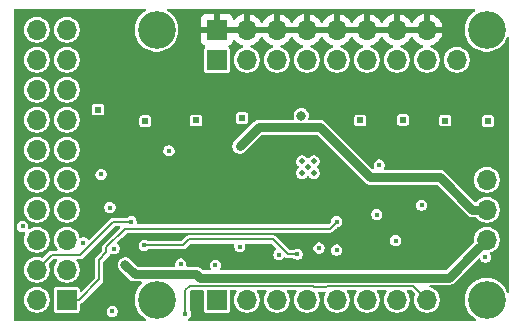
<source format=gbr>
%TF.GenerationSoftware,KiCad,Pcbnew,9.0.4*%
%TF.CreationDate,2025-08-20T17:26:20-04:00*%
%TF.ProjectId,tac5212_audio_board_single_ended,74616335-3231-4325-9f61-7564696f5f62,rev?*%
%TF.SameCoordinates,Original*%
%TF.FileFunction,Copper,L3,Inr*%
%TF.FilePolarity,Positive*%
%FSLAX46Y46*%
G04 Gerber Fmt 4.6, Leading zero omitted, Abs format (unit mm)*
G04 Created by KiCad (PCBNEW 9.0.4) date 2025-08-20 17:26:20*
%MOMM*%
%LPD*%
G01*
G04 APERTURE LIST*
%TA.AperFunction,ComponentPad*%
%ADD10R,1.700000X1.700000*%
%TD*%
%TA.AperFunction,ComponentPad*%
%ADD11O,1.700000X1.700000*%
%TD*%
%TA.AperFunction,ComponentPad*%
%ADD12C,3.200000*%
%TD*%
%TA.AperFunction,ComponentPad*%
%ADD13C,0.500000*%
%TD*%
%TA.AperFunction,ComponentPad*%
%ADD14R,0.500000X0.500000*%
%TD*%
%TA.AperFunction,ViaPad*%
%ADD15C,0.450000*%
%TD*%
%TA.AperFunction,ViaPad*%
%ADD16C,0.800000*%
%TD*%
%TA.AperFunction,Conductor*%
%ADD17C,0.200000*%
%TD*%
%TA.AperFunction,Conductor*%
%ADD18C,0.750000*%
%TD*%
G04 APERTURE END LIST*
D10*
%TO.N,EN_HELD_HIGH*%
%TO.C,board_outline108*%
X89337500Y-122600000D03*
D11*
%TO.N,unconnected-(board_outline108-HELD_LOW-Pad2)*%
X86797500Y-122600000D03*
%TO.N,Net-(5V108-Pad2)*%
X89337500Y-120060000D03*
%TO.N,3.3v_IDE*%
X86797500Y-120060000D03*
%TO.N,unconnected-(board_outline108-12V-Pad5)*%
X89337500Y-117520000D03*
%TO.N,GNDD*%
X86797500Y-117520000D03*
%TO.N,5212_DIN1*%
X89337500Y-114980000D03*
%TO.N,GNDD*%
X86797500Y-114980000D03*
%TO.N,5212_DOUT1+*%
X89337500Y-112440000D03*
%TO.N,GNDD*%
X86797500Y-112440000D03*
%TO.N,5212_BCLK1*%
X89337500Y-109900000D03*
%TO.N,GNDD*%
X86797500Y-109900000D03*
%TO.N,5212_LRCK1*%
X89337500Y-107360000D03*
%TO.N,GNDD*%
X86797500Y-107360000D03*
%TO.N,DSP_SDA*%
X89337500Y-104820000D03*
%TO.N,GNDD*%
X86797500Y-104820000D03*
%TO.N,DSP_SCL*%
X89337500Y-102280000D03*
%TO.N,GNDD*%
X86797500Y-102280000D03*
%TO.N,5212_MCLK1*%
X89337500Y-99740000D03*
%TO.N,GNDD*%
X86797500Y-99740000D03*
D10*
%TO.N,OUT1P+*%
X102047500Y-102285000D03*
%TO.N,Earth*%
X102047500Y-99745000D03*
D11*
%TO.N,OUT1M+*%
X104587500Y-102285000D03*
%TO.N,Earth*%
X104587500Y-99745000D03*
%TO.N,OUT2P+*%
X107127500Y-102285000D03*
%TO.N,Earth*%
X107127500Y-99745000D03*
%TO.N,OUT2M+*%
X109667500Y-102285000D03*
%TO.N,Earth*%
X109667500Y-99745000D03*
%TO.N,IN1P+*%
X112207500Y-102285000D03*
%TO.N,Earth*%
X112207500Y-99745000D03*
%TO.N,IN1M+*%
X114747500Y-102285000D03*
%TO.N,Earth*%
X114747500Y-99745000D03*
%TO.N,IN2P+*%
X117287500Y-102285000D03*
%TO.N,Earth*%
X117287500Y-99745000D03*
%TO.N,IN2M+*%
X119827500Y-102285000D03*
%TO.N,Earth*%
X119827500Y-99745000D03*
D10*
%TO.N,5212_SCL*%
X102047500Y-122605000D03*
D11*
%TO.N,5212_SDA*%
X104587500Y-122605000D03*
%TO.N,GNDD*%
X107127500Y-122605000D03*
%TO.N,GPIO1*%
X109667500Y-122605000D03*
%TO.N,GPIO2*%
X112207500Y-122605000D03*
%TO.N,GPO1*%
X114747500Y-122605000D03*
%TO.N,GPI1*%
X117287500Y-122605000D03*
%TO.N,GNDD*%
X119827500Y-122605000D03*
%TO.N,5V*%
X124892500Y-117525000D03*
%TO.N,3.3V_LDO*%
X124892500Y-114985000D03*
%TO.N,GNDD*%
X124892500Y-112445000D03*
%TO.N,MICBIAS*%
X122352500Y-102285000D03*
D12*
%TO.N,Net-(E108-Pad2)*%
X96952500Y-99745000D03*
%TO.N,Net-(E109-Pad2)*%
X124892500Y-99745000D03*
%TO.N,Net-(G117-Pad1)*%
X96952500Y-122605000D03*
%TO.N,Net-(G118-Pad1)*%
X124892500Y-122605000D03*
%TD*%
D13*
%TO.N,Earth*%
%TO.C,G110*%
X117100000Y-114000000D03*
%TD*%
%TO.N,Earth*%
%TO.C,G109*%
X99200000Y-117200000D03*
%TD*%
%TO.N,Earth*%
%TO.C,G112*%
X118400000Y-114000000D03*
%TD*%
%TO.N,Earth*%
%TO.C,G111*%
X92000000Y-118200000D03*
%TD*%
%TO.N,Earth*%
%TO.C,G113*%
X102200000Y-118400000D03*
%TD*%
%TO.N,GNDD*%
%TO.C,TAC5212*%
X109274058Y-111880489D03*
X109274058Y-110890539D03*
X109769033Y-111385514D03*
X110264008Y-111880489D03*
X110264008Y-110890539D03*
%TD*%
%TO.N,Earth*%
%TO.C,G115*%
X105000000Y-119800000D03*
%TD*%
%TO.N,Earth*%
%TO.C,G114*%
X123000000Y-115600000D03*
%TD*%
%TO.N,Earth*%
%TO.C,G116*%
X125900000Y-110200000D03*
%TD*%
%TO.N,Earth*%
%TO.C,G108*%
X115800000Y-114500000D03*
%TD*%
D14*
%TO.N,OUT2P*%
%TO.C,OP2*%
X100300000Y-107425000D03*
%TD*%
%TO.N,IN2P*%
%TO.C,INP2*%
X121400000Y-107435000D03*
%TD*%
%TO.N,IN2M*%
%TO.C,INM2*%
X125000000Y-107482500D03*
%TD*%
%TO.N,OUT2M*%
%TO.C,OM2*%
X104200000Y-107200000D03*
%TD*%
%TO.N,OUT1P*%
%TO.C,OP1*%
X96000000Y-107500000D03*
%TD*%
%TO.N,IN1M*%
%TO.C,INM1*%
X117800000Y-107362500D03*
%TD*%
%TO.N,OUT1M*%
%TO.C,OM1*%
X92000000Y-106500000D03*
%TD*%
%TO.N,IN1P*%
%TO.C,INP1*%
X114200000Y-107425000D03*
%TD*%
D15*
%TO.N,GNDD*%
X93000000Y-114800000D03*
X112200000Y-118400000D03*
X99400000Y-123800000D03*
D16*
X109200000Y-107025000D03*
D15*
X92250000Y-112000000D03*
X119400000Y-114600000D03*
X93363425Y-118278913D03*
X98000000Y-110000000D03*
X115600000Y-115400000D03*
X117200000Y-117600000D03*
X104000000Y-118100000D03*
X115800000Y-111200000D03*
X99006587Y-119580000D03*
X124800000Y-119000000D03*
X93200000Y-123600000D03*
%TO.N,5V*%
X123908750Y-118508750D03*
D16*
X94314682Y-119660000D03*
D15*
%TO.N,Earth*%
X94600000Y-105800000D03*
X94400000Y-101000000D03*
X91800000Y-123600000D03*
X103224739Y-107762663D03*
X126400000Y-113600000D03*
X96200000Y-103200000D03*
X94400000Y-98400000D03*
X107753490Y-104649666D03*
X111200000Y-104200000D03*
X126200000Y-102000000D03*
X122150000Y-104650000D03*
%TO.N,EN_HELD_HIGH*%
X112200000Y-116000000D03*
%TO.N,5212_SCL*%
X101934085Y-119700000D03*
%TO.N,5212_SDA*%
X90762790Y-117786552D03*
%TO.N,3.3V_LDO*%
X104000000Y-109600000D03*
%TO.N,GPI1*%
X85600000Y-116400000D03*
%TO.N,Net-(PU_EN108-Pad1)*%
X110704037Y-118225583D03*
X107303448Y-118794456D03*
%TO.N,3.3v_IDE*%
X108861982Y-118748569D03*
X94800000Y-116000000D03*
X95900000Y-118000000D03*
%TD*%
D17*
%TO.N,3.3v_IDE*%
X90500000Y-118800000D02*
X93300000Y-116000000D01*
X93300000Y-116000000D02*
X94800000Y-116000000D01*
X86797500Y-120060000D02*
X88057500Y-118800000D01*
X88057500Y-118800000D02*
X90500000Y-118800000D01*
%TO.N,EN_HELD_HIGH*%
X92700000Y-118165685D02*
X94290685Y-116575000D01*
X94290685Y-116575000D02*
X111625000Y-116575000D01*
X92700000Y-118600000D02*
X92700000Y-118165685D01*
X92100000Y-119200000D02*
X92700000Y-118600000D01*
X90387500Y-122600000D02*
X92100000Y-120887500D01*
X92100000Y-120887500D02*
X92100000Y-119200000D01*
X89337500Y-122600000D02*
X90387500Y-122600000D01*
X111625000Y-116575000D02*
X112200000Y-116000000D01*
%TO.N,GNDD*%
X99770000Y-121430000D02*
X99400000Y-121800000D01*
X119827500Y-122605000D02*
X118652500Y-121430000D01*
X111327934Y-121562431D02*
X110286632Y-121562431D01*
X99400000Y-121800000D02*
X99400000Y-123800000D01*
X110154201Y-121430000D02*
X99770000Y-121430000D01*
X118652500Y-121430000D02*
X111460365Y-121430000D01*
X110286632Y-121562431D02*
X110154201Y-121430000D01*
X111460365Y-121430000D02*
X111327934Y-121562431D01*
D18*
%TO.N,5V*%
X100600000Y-120725000D02*
X100305000Y-120430000D01*
X123908750Y-118508750D02*
X121692500Y-120725000D01*
X100305000Y-120430000D02*
X95084682Y-120430000D01*
X121692500Y-120725000D02*
X100600000Y-120725000D01*
X124892500Y-117525000D02*
X123908750Y-118508750D01*
X95084682Y-120430000D02*
X94314682Y-119660000D01*
D17*
%TO.N,3.3V_LDO*%
X104000000Y-109600000D02*
X104000000Y-109600002D01*
D18*
X120950774Y-112245355D02*
X115045355Y-112245355D01*
X124892500Y-114985000D02*
X123690419Y-114985000D01*
X123690419Y-114985000D02*
X120950774Y-112245355D01*
X115045355Y-112245355D02*
X110800000Y-108000000D01*
D17*
X104000000Y-109600000D02*
X104000000Y-109625000D01*
D18*
X110800000Y-108000000D02*
X105600002Y-108000000D01*
X105600002Y-108000000D02*
X104000000Y-109600002D01*
D17*
%TO.N,3.3v_IDE*%
X108070735Y-118748569D02*
X106822166Y-117500000D01*
X99200000Y-118000000D02*
X95900000Y-118000000D01*
X99700000Y-117500000D02*
X99200000Y-118000000D01*
X108861982Y-118748569D02*
X108070735Y-118748569D01*
X106822166Y-117500000D02*
X99700000Y-117500000D01*
%TD*%
%TA.AperFunction,Conductor*%
%TO.N,Earth*%
G36*
X104121575Y-99552007D02*
G01*
X104087500Y-99679174D01*
X104087500Y-99810826D01*
X104121575Y-99937993D01*
X104154488Y-99995000D01*
X102480512Y-99995000D01*
X102513425Y-99937993D01*
X102547500Y-99810826D01*
X102547500Y-99679174D01*
X102513425Y-99552007D01*
X102480512Y-99495000D01*
X104154488Y-99495000D01*
X104121575Y-99552007D01*
G37*
%TD.AperFunction*%
%TA.AperFunction,Conductor*%
G36*
X106661575Y-99552007D02*
G01*
X106627500Y-99679174D01*
X106627500Y-99810826D01*
X106661575Y-99937993D01*
X106694488Y-99995000D01*
X105020512Y-99995000D01*
X105053425Y-99937993D01*
X105087500Y-99810826D01*
X105087500Y-99679174D01*
X105053425Y-99552007D01*
X105020512Y-99495000D01*
X106694488Y-99495000D01*
X106661575Y-99552007D01*
G37*
%TD.AperFunction*%
%TA.AperFunction,Conductor*%
G36*
X109201575Y-99552007D02*
G01*
X109167500Y-99679174D01*
X109167500Y-99810826D01*
X109201575Y-99937993D01*
X109234488Y-99995000D01*
X107560512Y-99995000D01*
X107593425Y-99937993D01*
X107627500Y-99810826D01*
X107627500Y-99679174D01*
X107593425Y-99552007D01*
X107560512Y-99495000D01*
X109234488Y-99495000D01*
X109201575Y-99552007D01*
G37*
%TD.AperFunction*%
%TA.AperFunction,Conductor*%
G36*
X111741575Y-99552007D02*
G01*
X111707500Y-99679174D01*
X111707500Y-99810826D01*
X111741575Y-99937993D01*
X111774488Y-99995000D01*
X110100512Y-99995000D01*
X110133425Y-99937993D01*
X110167500Y-99810826D01*
X110167500Y-99679174D01*
X110133425Y-99552007D01*
X110100512Y-99495000D01*
X111774488Y-99495000D01*
X111741575Y-99552007D01*
G37*
%TD.AperFunction*%
%TA.AperFunction,Conductor*%
G36*
X114281575Y-99552007D02*
G01*
X114247500Y-99679174D01*
X114247500Y-99810826D01*
X114281575Y-99937993D01*
X114314488Y-99995000D01*
X112640512Y-99995000D01*
X112673425Y-99937993D01*
X112707500Y-99810826D01*
X112707500Y-99679174D01*
X112673425Y-99552007D01*
X112640512Y-99495000D01*
X114314488Y-99495000D01*
X114281575Y-99552007D01*
G37*
%TD.AperFunction*%
%TA.AperFunction,Conductor*%
G36*
X116821575Y-99552007D02*
G01*
X116787500Y-99679174D01*
X116787500Y-99810826D01*
X116821575Y-99937993D01*
X116854488Y-99995000D01*
X115180512Y-99995000D01*
X115213425Y-99937993D01*
X115247500Y-99810826D01*
X115247500Y-99679174D01*
X115213425Y-99552007D01*
X115180512Y-99495000D01*
X116854488Y-99495000D01*
X116821575Y-99552007D01*
G37*
%TD.AperFunction*%
%TA.AperFunction,Conductor*%
G36*
X119361575Y-99552007D02*
G01*
X119327500Y-99679174D01*
X119327500Y-99810826D01*
X119361575Y-99937993D01*
X119394488Y-99995000D01*
X117720512Y-99995000D01*
X117753425Y-99937993D01*
X117787500Y-99810826D01*
X117787500Y-99679174D01*
X117753425Y-99552007D01*
X117720512Y-99495000D01*
X119394488Y-99495000D01*
X119361575Y-99552007D01*
G37*
%TD.AperFunction*%
%TA.AperFunction,Conductor*%
G36*
X95968253Y-97963235D02*
G01*
X96026419Y-97982212D01*
X96062324Y-98031754D01*
X96062251Y-98092940D01*
X96026228Y-98142397D01*
X96017633Y-98147971D01*
X95922213Y-98203062D01*
X95729768Y-98350729D01*
X95558229Y-98522268D01*
X95410566Y-98714707D01*
X95289272Y-98924795D01*
X95196448Y-99148894D01*
X95196444Y-99148907D01*
X95133661Y-99383213D01*
X95133661Y-99383218D01*
X95102000Y-99623710D01*
X95102000Y-99866289D01*
X95133661Y-100106781D01*
X95133661Y-100106786D01*
X95196444Y-100341092D01*
X95196448Y-100341105D01*
X95289272Y-100565204D01*
X95289274Y-100565208D01*
X95289276Y-100565212D01*
X95410237Y-100774722D01*
X95410566Y-100775292D01*
X95558229Y-100967731D01*
X95558231Y-100967733D01*
X95558235Y-100967738D01*
X95729762Y-101139265D01*
X95729766Y-101139268D01*
X95729768Y-101139270D01*
X95887270Y-101260125D01*
X95922211Y-101286936D01*
X96132288Y-101408224D01*
X96132294Y-101408226D01*
X96132295Y-101408227D01*
X96137365Y-101410327D01*
X96356400Y-101501054D01*
X96590711Y-101563838D01*
X96831212Y-101595500D01*
X96831213Y-101595500D01*
X97073787Y-101595500D01*
X97073788Y-101595500D01*
X97314289Y-101563838D01*
X97548600Y-101501054D01*
X97772712Y-101408224D01*
X97982789Y-101286936D01*
X98175238Y-101139265D01*
X98346765Y-100967738D01*
X98494436Y-100775289D01*
X98570915Y-100642824D01*
X100697499Y-100642824D01*
X100703901Y-100702370D01*
X100703903Y-100702381D01*
X100754146Y-100837088D01*
X100754147Y-100837090D01*
X100840307Y-100952184D01*
X100840315Y-100952192D01*
X100955409Y-101038352D01*
X100955411Y-101038353D01*
X101021128Y-101062864D01*
X101069043Y-101100914D01*
X101085441Y-101159861D01*
X101064060Y-101217189D01*
X101041534Y-101237937D01*
X101016902Y-101254395D01*
X101016897Y-101254400D01*
X100961535Y-101337257D01*
X100961533Y-101337263D01*
X100947001Y-101410315D01*
X100947000Y-101410327D01*
X100947000Y-103159672D01*
X100947001Y-103159684D01*
X100961533Y-103232736D01*
X100961535Y-103232742D01*
X101016897Y-103315599D01*
X101016899Y-103315601D01*
X101099760Y-103370966D01*
X101147690Y-103380500D01*
X101172815Y-103385498D01*
X101172820Y-103385498D01*
X101172826Y-103385500D01*
X101172827Y-103385500D01*
X102922173Y-103385500D01*
X102922174Y-103385500D01*
X102995240Y-103370966D01*
X103078101Y-103315601D01*
X103133466Y-103232740D01*
X103148000Y-103159674D01*
X103148000Y-101410326D01*
X103147582Y-101408227D01*
X103144515Y-101392808D01*
X103133466Y-101337260D01*
X103085268Y-101265125D01*
X103078102Y-101254400D01*
X103078099Y-101254397D01*
X103053466Y-101237938D01*
X103015586Y-101189888D01*
X103013184Y-101128750D01*
X103047176Y-101077876D01*
X103073871Y-101062863D01*
X103139592Y-101038351D01*
X103254684Y-100952192D01*
X103254692Y-100952184D01*
X103340852Y-100837090D01*
X103340853Y-100837088D01*
X103391096Y-100702381D01*
X103391098Y-100702370D01*
X103392722Y-100687269D01*
X103417741Y-100631432D01*
X103470801Y-100600965D01*
X103531636Y-100607504D01*
X103561159Y-100627846D01*
X103708035Y-100774722D01*
X103879947Y-100899624D01*
X104069286Y-100996096D01*
X104241386Y-101052014D01*
X104290886Y-101087978D01*
X104309794Y-101146169D01*
X104290887Y-101204359D01*
X104241388Y-101240323D01*
X104165058Y-101265125D01*
X104010714Y-101343766D01*
X103870573Y-101445585D01*
X103748085Y-101568073D01*
X103646266Y-101708214D01*
X103567625Y-101862558D01*
X103567623Y-101862561D01*
X103514098Y-102027293D01*
X103514097Y-102027297D01*
X103487000Y-102198385D01*
X103487000Y-102371614D01*
X103514097Y-102542702D01*
X103514098Y-102542706D01*
X103567623Y-102707438D01*
X103567625Y-102707441D01*
X103643718Y-102856785D01*
X103646268Y-102861788D01*
X103748086Y-103001928D01*
X103870572Y-103124414D01*
X104010712Y-103226232D01*
X104165055Y-103304873D01*
X104165057Y-103304873D01*
X104165058Y-103304874D01*
X104165061Y-103304876D01*
X104329793Y-103358401D01*
X104329797Y-103358402D01*
X104500886Y-103385500D01*
X104500889Y-103385500D01*
X104674114Y-103385500D01*
X104845202Y-103358402D01*
X104845206Y-103358401D01*
X105009938Y-103304876D01*
X105009940Y-103304874D01*
X105009945Y-103304873D01*
X105164288Y-103226232D01*
X105304428Y-103124414D01*
X105426914Y-103001928D01*
X105528732Y-102861788D01*
X105607373Y-102707445D01*
X105607374Y-102707440D01*
X105607376Y-102707438D01*
X105660901Y-102542706D01*
X105660902Y-102542702D01*
X105688000Y-102371614D01*
X105688000Y-102198385D01*
X105660902Y-102027297D01*
X105660901Y-102027293D01*
X105607376Y-101862561D01*
X105607374Y-101862558D01*
X105607373Y-101862557D01*
X105607373Y-101862555D01*
X105528732Y-101708212D01*
X105426914Y-101568072D01*
X105304428Y-101445586D01*
X105164288Y-101343768D01*
X105164287Y-101343767D01*
X105164285Y-101343766D01*
X105009941Y-101265125D01*
X104933611Y-101240323D01*
X104884112Y-101204359D01*
X104865205Y-101146168D01*
X104884113Y-101087977D01*
X104933613Y-101052014D01*
X105105713Y-100996096D01*
X105295052Y-100899624D01*
X105466964Y-100774722D01*
X105617222Y-100624464D01*
X105742123Y-100452552D01*
X105769290Y-100399235D01*
X105812554Y-100355971D01*
X105872986Y-100346399D01*
X105927503Y-100374176D01*
X105945710Y-100399235D01*
X105972876Y-100452552D01*
X106097777Y-100624464D01*
X106248035Y-100774722D01*
X106419947Y-100899624D01*
X106609286Y-100996096D01*
X106781386Y-101052014D01*
X106830886Y-101087978D01*
X106849794Y-101146169D01*
X106830887Y-101204359D01*
X106781388Y-101240323D01*
X106705058Y-101265125D01*
X106550714Y-101343766D01*
X106410573Y-101445585D01*
X106288085Y-101568073D01*
X106186266Y-101708214D01*
X106107625Y-101862558D01*
X106107623Y-101862561D01*
X106054098Y-102027293D01*
X106054097Y-102027297D01*
X106027000Y-102198385D01*
X106027000Y-102371614D01*
X106054097Y-102542702D01*
X106054098Y-102542706D01*
X106107623Y-102707438D01*
X106107625Y-102707441D01*
X106183718Y-102856785D01*
X106186268Y-102861788D01*
X106288086Y-103001928D01*
X106410572Y-103124414D01*
X106550712Y-103226232D01*
X106705055Y-103304873D01*
X106705057Y-103304873D01*
X106705058Y-103304874D01*
X106705061Y-103304876D01*
X106869793Y-103358401D01*
X106869797Y-103358402D01*
X107040886Y-103385500D01*
X107040889Y-103385500D01*
X107214114Y-103385500D01*
X107385202Y-103358402D01*
X107385206Y-103358401D01*
X107549938Y-103304876D01*
X107549940Y-103304874D01*
X107549945Y-103304873D01*
X107704288Y-103226232D01*
X107844428Y-103124414D01*
X107966914Y-103001928D01*
X108068732Y-102861788D01*
X108147373Y-102707445D01*
X108147374Y-102707440D01*
X108147376Y-102707438D01*
X108200901Y-102542706D01*
X108200902Y-102542702D01*
X108228000Y-102371614D01*
X108228000Y-102198385D01*
X108200902Y-102027297D01*
X108200901Y-102027293D01*
X108147376Y-101862561D01*
X108147374Y-101862558D01*
X108147373Y-101862557D01*
X108147373Y-101862555D01*
X108068732Y-101708212D01*
X107966914Y-101568072D01*
X107844428Y-101445586D01*
X107704288Y-101343768D01*
X107704287Y-101343767D01*
X107704285Y-101343766D01*
X107549941Y-101265125D01*
X107473611Y-101240323D01*
X107424112Y-101204359D01*
X107405205Y-101146168D01*
X107424113Y-101087977D01*
X107473613Y-101052014D01*
X107645713Y-100996096D01*
X107835052Y-100899624D01*
X108006964Y-100774722D01*
X108157222Y-100624464D01*
X108282123Y-100452552D01*
X108309290Y-100399235D01*
X108352554Y-100355971D01*
X108412986Y-100346399D01*
X108467503Y-100374176D01*
X108485710Y-100399235D01*
X108512876Y-100452552D01*
X108637777Y-100624464D01*
X108788035Y-100774722D01*
X108959947Y-100899624D01*
X109149286Y-100996096D01*
X109321386Y-101052014D01*
X109370886Y-101087978D01*
X109389794Y-101146169D01*
X109370887Y-101204359D01*
X109321388Y-101240323D01*
X109245058Y-101265125D01*
X109090714Y-101343766D01*
X108950573Y-101445585D01*
X108828085Y-101568073D01*
X108726266Y-101708214D01*
X108647625Y-101862558D01*
X108647623Y-101862561D01*
X108594098Y-102027293D01*
X108594097Y-102027297D01*
X108567000Y-102198385D01*
X108567000Y-102371614D01*
X108594097Y-102542702D01*
X108594098Y-102542706D01*
X108647623Y-102707438D01*
X108647625Y-102707441D01*
X108723718Y-102856785D01*
X108726268Y-102861788D01*
X108828086Y-103001928D01*
X108950572Y-103124414D01*
X109090712Y-103226232D01*
X109245055Y-103304873D01*
X109245057Y-103304873D01*
X109245058Y-103304874D01*
X109245061Y-103304876D01*
X109409793Y-103358401D01*
X109409797Y-103358402D01*
X109580886Y-103385500D01*
X109580889Y-103385500D01*
X109754114Y-103385500D01*
X109925202Y-103358402D01*
X109925206Y-103358401D01*
X110089938Y-103304876D01*
X110089940Y-103304874D01*
X110089945Y-103304873D01*
X110244288Y-103226232D01*
X110384428Y-103124414D01*
X110506914Y-103001928D01*
X110608732Y-102861788D01*
X110687373Y-102707445D01*
X110687374Y-102707440D01*
X110687376Y-102707438D01*
X110740901Y-102542706D01*
X110740902Y-102542702D01*
X110768000Y-102371614D01*
X110768000Y-102198385D01*
X110740902Y-102027297D01*
X110740901Y-102027293D01*
X110687376Y-101862561D01*
X110687374Y-101862558D01*
X110687373Y-101862557D01*
X110687373Y-101862555D01*
X110608732Y-101708212D01*
X110506914Y-101568072D01*
X110384428Y-101445586D01*
X110244288Y-101343768D01*
X110244287Y-101343767D01*
X110244285Y-101343766D01*
X110089941Y-101265125D01*
X110013611Y-101240323D01*
X109964112Y-101204359D01*
X109945205Y-101146168D01*
X109964113Y-101087977D01*
X110013613Y-101052014D01*
X110185713Y-100996096D01*
X110375052Y-100899624D01*
X110546964Y-100774722D01*
X110697222Y-100624464D01*
X110822123Y-100452552D01*
X110849290Y-100399235D01*
X110892554Y-100355971D01*
X110952986Y-100346399D01*
X111007503Y-100374176D01*
X111025710Y-100399235D01*
X111052876Y-100452552D01*
X111177777Y-100624464D01*
X111328035Y-100774722D01*
X111499947Y-100899624D01*
X111689286Y-100996096D01*
X111861386Y-101052014D01*
X111910886Y-101087978D01*
X111929794Y-101146169D01*
X111910887Y-101204359D01*
X111861388Y-101240323D01*
X111785058Y-101265125D01*
X111630714Y-101343766D01*
X111490573Y-101445585D01*
X111368085Y-101568073D01*
X111266266Y-101708214D01*
X111187625Y-101862558D01*
X111187623Y-101862561D01*
X111134098Y-102027293D01*
X111134097Y-102027297D01*
X111107000Y-102198385D01*
X111107000Y-102371614D01*
X111134097Y-102542702D01*
X111134098Y-102542706D01*
X111187623Y-102707438D01*
X111187625Y-102707441D01*
X111263718Y-102856785D01*
X111266268Y-102861788D01*
X111368086Y-103001928D01*
X111490572Y-103124414D01*
X111630712Y-103226232D01*
X111785055Y-103304873D01*
X111785057Y-103304873D01*
X111785058Y-103304874D01*
X111785061Y-103304876D01*
X111949793Y-103358401D01*
X111949797Y-103358402D01*
X112120886Y-103385500D01*
X112120889Y-103385500D01*
X112294114Y-103385500D01*
X112465202Y-103358402D01*
X112465206Y-103358401D01*
X112629938Y-103304876D01*
X112629940Y-103304874D01*
X112629945Y-103304873D01*
X112784288Y-103226232D01*
X112924428Y-103124414D01*
X113046914Y-103001928D01*
X113148732Y-102861788D01*
X113227373Y-102707445D01*
X113227374Y-102707440D01*
X113227376Y-102707438D01*
X113280901Y-102542706D01*
X113280902Y-102542702D01*
X113308000Y-102371614D01*
X113308000Y-102198385D01*
X113280902Y-102027297D01*
X113280901Y-102027293D01*
X113227376Y-101862561D01*
X113227374Y-101862558D01*
X113227373Y-101862557D01*
X113227373Y-101862555D01*
X113148732Y-101708212D01*
X113046914Y-101568072D01*
X112924428Y-101445586D01*
X112784288Y-101343768D01*
X112784287Y-101343767D01*
X112784285Y-101343766D01*
X112629941Y-101265125D01*
X112553611Y-101240323D01*
X112504112Y-101204359D01*
X112485205Y-101146168D01*
X112504113Y-101087977D01*
X112553613Y-101052014D01*
X112725713Y-100996096D01*
X112915052Y-100899624D01*
X113086964Y-100774722D01*
X113237222Y-100624464D01*
X113362123Y-100452552D01*
X113389290Y-100399235D01*
X113432554Y-100355971D01*
X113492986Y-100346399D01*
X113547503Y-100374176D01*
X113565710Y-100399235D01*
X113592876Y-100452552D01*
X113717777Y-100624464D01*
X113868035Y-100774722D01*
X114039947Y-100899624D01*
X114229286Y-100996096D01*
X114401386Y-101052014D01*
X114450886Y-101087978D01*
X114469794Y-101146169D01*
X114450887Y-101204359D01*
X114401388Y-101240323D01*
X114325058Y-101265125D01*
X114170714Y-101343766D01*
X114030573Y-101445585D01*
X113908085Y-101568073D01*
X113806266Y-101708214D01*
X113727625Y-101862558D01*
X113727623Y-101862561D01*
X113674098Y-102027293D01*
X113674097Y-102027297D01*
X113647000Y-102198385D01*
X113647000Y-102371614D01*
X113674097Y-102542702D01*
X113674098Y-102542706D01*
X113727623Y-102707438D01*
X113727625Y-102707441D01*
X113803718Y-102856785D01*
X113806268Y-102861788D01*
X113908086Y-103001928D01*
X114030572Y-103124414D01*
X114170712Y-103226232D01*
X114325055Y-103304873D01*
X114325057Y-103304873D01*
X114325058Y-103304874D01*
X114325061Y-103304876D01*
X114489793Y-103358401D01*
X114489797Y-103358402D01*
X114660886Y-103385500D01*
X114660889Y-103385500D01*
X114834114Y-103385500D01*
X115005202Y-103358402D01*
X115005206Y-103358401D01*
X115169938Y-103304876D01*
X115169940Y-103304874D01*
X115169945Y-103304873D01*
X115324288Y-103226232D01*
X115464428Y-103124414D01*
X115586914Y-103001928D01*
X115688732Y-102861788D01*
X115767373Y-102707445D01*
X115767374Y-102707440D01*
X115767376Y-102707438D01*
X115820901Y-102542706D01*
X115820902Y-102542702D01*
X115848000Y-102371614D01*
X115848000Y-102198385D01*
X115820902Y-102027297D01*
X115820901Y-102027293D01*
X115767376Y-101862561D01*
X115767374Y-101862558D01*
X115767373Y-101862557D01*
X115767373Y-101862555D01*
X115688732Y-101708212D01*
X115586914Y-101568072D01*
X115464428Y-101445586D01*
X115324288Y-101343768D01*
X115324287Y-101343767D01*
X115324285Y-101343766D01*
X115169941Y-101265125D01*
X115093611Y-101240323D01*
X115044112Y-101204359D01*
X115025205Y-101146168D01*
X115044113Y-101087977D01*
X115093613Y-101052014D01*
X115265713Y-100996096D01*
X115455052Y-100899624D01*
X115626964Y-100774722D01*
X115777222Y-100624464D01*
X115902123Y-100452552D01*
X115929290Y-100399235D01*
X115972554Y-100355971D01*
X116032986Y-100346399D01*
X116087503Y-100374176D01*
X116105710Y-100399235D01*
X116132876Y-100452552D01*
X116257777Y-100624464D01*
X116408035Y-100774722D01*
X116579947Y-100899624D01*
X116769286Y-100996096D01*
X116941386Y-101052014D01*
X116990886Y-101087978D01*
X117009794Y-101146169D01*
X116990887Y-101204359D01*
X116941388Y-101240323D01*
X116865058Y-101265125D01*
X116710714Y-101343766D01*
X116570573Y-101445585D01*
X116448085Y-101568073D01*
X116346266Y-101708214D01*
X116267625Y-101862558D01*
X116267623Y-101862561D01*
X116214098Y-102027293D01*
X116214097Y-102027297D01*
X116187000Y-102198385D01*
X116187000Y-102371614D01*
X116214097Y-102542702D01*
X116214098Y-102542706D01*
X116267623Y-102707438D01*
X116267625Y-102707441D01*
X116343718Y-102856785D01*
X116346268Y-102861788D01*
X116448086Y-103001928D01*
X116570572Y-103124414D01*
X116710712Y-103226232D01*
X116865055Y-103304873D01*
X116865057Y-103304873D01*
X116865058Y-103304874D01*
X116865061Y-103304876D01*
X117029793Y-103358401D01*
X117029797Y-103358402D01*
X117200886Y-103385500D01*
X117200889Y-103385500D01*
X117374114Y-103385500D01*
X117545202Y-103358402D01*
X117545206Y-103358401D01*
X117709938Y-103304876D01*
X117709940Y-103304874D01*
X117709945Y-103304873D01*
X117864288Y-103226232D01*
X118004428Y-103124414D01*
X118126914Y-103001928D01*
X118228732Y-102861788D01*
X118307373Y-102707445D01*
X118307374Y-102707440D01*
X118307376Y-102707438D01*
X118360901Y-102542706D01*
X118360902Y-102542702D01*
X118388000Y-102371614D01*
X118388000Y-102198385D01*
X118360902Y-102027297D01*
X118360901Y-102027293D01*
X118307376Y-101862561D01*
X118307374Y-101862558D01*
X118307373Y-101862557D01*
X118307373Y-101862555D01*
X118228732Y-101708212D01*
X118126914Y-101568072D01*
X118004428Y-101445586D01*
X117864288Y-101343768D01*
X117864287Y-101343767D01*
X117864285Y-101343766D01*
X117709941Y-101265125D01*
X117633611Y-101240323D01*
X117584112Y-101204359D01*
X117565205Y-101146168D01*
X117584113Y-101087977D01*
X117633613Y-101052014D01*
X117805713Y-100996096D01*
X117995052Y-100899624D01*
X118166964Y-100774722D01*
X118317222Y-100624464D01*
X118442123Y-100452552D01*
X118469290Y-100399235D01*
X118512554Y-100355971D01*
X118572986Y-100346399D01*
X118627503Y-100374176D01*
X118645710Y-100399235D01*
X118672876Y-100452552D01*
X118797777Y-100624464D01*
X118948035Y-100774722D01*
X119119947Y-100899624D01*
X119309286Y-100996096D01*
X119481386Y-101052014D01*
X119530886Y-101087978D01*
X119549794Y-101146169D01*
X119530887Y-101204359D01*
X119481388Y-101240323D01*
X119405058Y-101265125D01*
X119250714Y-101343766D01*
X119110573Y-101445585D01*
X118988085Y-101568073D01*
X118886266Y-101708214D01*
X118807625Y-101862558D01*
X118807623Y-101862561D01*
X118754098Y-102027293D01*
X118754097Y-102027297D01*
X118727000Y-102198385D01*
X118727000Y-102371614D01*
X118754097Y-102542702D01*
X118754098Y-102542706D01*
X118807623Y-102707438D01*
X118807625Y-102707441D01*
X118883718Y-102856785D01*
X118886268Y-102861788D01*
X118988086Y-103001928D01*
X119110572Y-103124414D01*
X119250712Y-103226232D01*
X119405055Y-103304873D01*
X119405057Y-103304873D01*
X119405058Y-103304874D01*
X119405061Y-103304876D01*
X119569793Y-103358401D01*
X119569797Y-103358402D01*
X119740886Y-103385500D01*
X119740889Y-103385500D01*
X119914114Y-103385500D01*
X120085202Y-103358402D01*
X120085206Y-103358401D01*
X120249938Y-103304876D01*
X120249940Y-103304874D01*
X120249945Y-103304873D01*
X120404288Y-103226232D01*
X120544428Y-103124414D01*
X120666914Y-103001928D01*
X120768732Y-102861788D01*
X120847373Y-102707445D01*
X120847374Y-102707440D01*
X120847376Y-102707438D01*
X120900901Y-102542706D01*
X120900902Y-102542702D01*
X120928000Y-102371614D01*
X120928000Y-102198385D01*
X121252000Y-102198385D01*
X121252000Y-102371614D01*
X121279097Y-102542702D01*
X121279098Y-102542706D01*
X121332623Y-102707438D01*
X121332625Y-102707441D01*
X121408718Y-102856785D01*
X121411268Y-102861788D01*
X121513086Y-103001928D01*
X121635572Y-103124414D01*
X121775712Y-103226232D01*
X121930055Y-103304873D01*
X121930057Y-103304873D01*
X121930058Y-103304874D01*
X121930061Y-103304876D01*
X122094793Y-103358401D01*
X122094797Y-103358402D01*
X122265886Y-103385500D01*
X122265889Y-103385500D01*
X122439114Y-103385500D01*
X122610202Y-103358402D01*
X122610206Y-103358401D01*
X122774938Y-103304876D01*
X122774940Y-103304874D01*
X122774945Y-103304873D01*
X122929288Y-103226232D01*
X123069428Y-103124414D01*
X123191914Y-103001928D01*
X123293732Y-102861788D01*
X123372373Y-102707445D01*
X123372374Y-102707440D01*
X123372376Y-102707438D01*
X123425901Y-102542706D01*
X123425902Y-102542702D01*
X123453000Y-102371614D01*
X123453000Y-102198385D01*
X123425902Y-102027297D01*
X123425901Y-102027293D01*
X123372376Y-101862561D01*
X123372374Y-101862558D01*
X123372373Y-101862557D01*
X123372373Y-101862555D01*
X123293732Y-101708212D01*
X123191914Y-101568072D01*
X123069428Y-101445586D01*
X122929288Y-101343768D01*
X122929287Y-101343767D01*
X122929285Y-101343766D01*
X122774941Y-101265125D01*
X122774938Y-101265123D01*
X122610206Y-101211598D01*
X122610202Y-101211597D01*
X122439114Y-101184500D01*
X122439111Y-101184500D01*
X122265889Y-101184500D01*
X122265886Y-101184500D01*
X122094797Y-101211597D01*
X122094793Y-101211598D01*
X121930061Y-101265123D01*
X121930058Y-101265125D01*
X121775714Y-101343766D01*
X121635573Y-101445585D01*
X121513085Y-101568073D01*
X121411266Y-101708214D01*
X121332625Y-101862558D01*
X121332623Y-101862561D01*
X121279098Y-102027293D01*
X121279097Y-102027297D01*
X121252000Y-102198385D01*
X120928000Y-102198385D01*
X120900902Y-102027297D01*
X120900901Y-102027293D01*
X120847376Y-101862561D01*
X120847374Y-101862558D01*
X120847373Y-101862557D01*
X120847373Y-101862555D01*
X120768732Y-101708212D01*
X120666914Y-101568072D01*
X120544428Y-101445586D01*
X120404288Y-101343768D01*
X120404287Y-101343767D01*
X120404285Y-101343766D01*
X120249941Y-101265125D01*
X120173611Y-101240323D01*
X120124112Y-101204359D01*
X120105205Y-101146168D01*
X120124113Y-101087977D01*
X120173613Y-101052014D01*
X120345713Y-100996096D01*
X120535052Y-100899624D01*
X120706964Y-100774722D01*
X120857222Y-100624464D01*
X120982124Y-100452552D01*
X121078595Y-100263215D01*
X121144258Y-100061122D01*
X121154731Y-99995000D01*
X120260512Y-99995000D01*
X120293425Y-99937993D01*
X120327500Y-99810826D01*
X120327500Y-99679174D01*
X120293425Y-99552007D01*
X120260512Y-99495000D01*
X121154731Y-99495000D01*
X121154731Y-99494999D01*
X121144258Y-99428877D01*
X121078595Y-99226784D01*
X120982124Y-99037447D01*
X120857222Y-98865535D01*
X120706964Y-98715277D01*
X120535052Y-98590375D01*
X120345715Y-98493904D01*
X120143620Y-98428240D01*
X120077500Y-98417767D01*
X120077500Y-99311988D01*
X120020493Y-99279075D01*
X119893326Y-99245000D01*
X119761674Y-99245000D01*
X119634507Y-99279075D01*
X119577500Y-99311988D01*
X119577500Y-98417768D01*
X119577499Y-98417767D01*
X119511380Y-98428240D01*
X119511378Y-98428240D01*
X119309284Y-98493904D01*
X119119947Y-98590375D01*
X118948035Y-98715277D01*
X118797777Y-98865535D01*
X118672875Y-99037448D01*
X118645710Y-99090764D01*
X118602445Y-99134029D01*
X118542013Y-99143600D01*
X118487496Y-99115822D01*
X118469290Y-99090764D01*
X118442124Y-99037448D01*
X118317222Y-98865535D01*
X118166964Y-98715277D01*
X117995052Y-98590375D01*
X117805715Y-98493904D01*
X117603620Y-98428240D01*
X117537500Y-98417767D01*
X117537500Y-99311988D01*
X117480493Y-99279075D01*
X117353326Y-99245000D01*
X117221674Y-99245000D01*
X117094507Y-99279075D01*
X117037500Y-99311988D01*
X117037500Y-98417768D01*
X117037499Y-98417767D01*
X116971380Y-98428240D01*
X116971378Y-98428240D01*
X116769284Y-98493904D01*
X116579947Y-98590375D01*
X116408035Y-98715277D01*
X116257777Y-98865535D01*
X116132875Y-99037448D01*
X116105710Y-99090764D01*
X116062445Y-99134029D01*
X116002013Y-99143600D01*
X115947496Y-99115822D01*
X115929290Y-99090764D01*
X115902124Y-99037448D01*
X115777222Y-98865535D01*
X115626964Y-98715277D01*
X115455052Y-98590375D01*
X115265715Y-98493904D01*
X115063620Y-98428240D01*
X114997500Y-98417767D01*
X114997500Y-99311988D01*
X114940493Y-99279075D01*
X114813326Y-99245000D01*
X114681674Y-99245000D01*
X114554507Y-99279075D01*
X114497500Y-99311988D01*
X114497500Y-98417768D01*
X114497499Y-98417767D01*
X114431380Y-98428240D01*
X114431378Y-98428240D01*
X114229284Y-98493904D01*
X114039947Y-98590375D01*
X113868035Y-98715277D01*
X113717777Y-98865535D01*
X113592875Y-99037448D01*
X113565710Y-99090764D01*
X113522445Y-99134029D01*
X113462013Y-99143600D01*
X113407496Y-99115822D01*
X113389290Y-99090764D01*
X113362124Y-99037448D01*
X113237222Y-98865535D01*
X113086964Y-98715277D01*
X112915052Y-98590375D01*
X112725715Y-98493904D01*
X112523620Y-98428240D01*
X112457500Y-98417767D01*
X112457500Y-99311988D01*
X112400493Y-99279075D01*
X112273326Y-99245000D01*
X112141674Y-99245000D01*
X112014507Y-99279075D01*
X111957500Y-99311988D01*
X111957500Y-98417768D01*
X111957499Y-98417767D01*
X111891380Y-98428240D01*
X111891378Y-98428240D01*
X111689284Y-98493904D01*
X111499947Y-98590375D01*
X111328035Y-98715277D01*
X111177777Y-98865535D01*
X111052875Y-99037448D01*
X111025710Y-99090764D01*
X110982445Y-99134029D01*
X110922013Y-99143600D01*
X110867496Y-99115822D01*
X110849290Y-99090764D01*
X110822124Y-99037448D01*
X110697222Y-98865535D01*
X110546964Y-98715277D01*
X110375052Y-98590375D01*
X110185715Y-98493904D01*
X109983620Y-98428240D01*
X109917500Y-98417767D01*
X109917500Y-99311988D01*
X109860493Y-99279075D01*
X109733326Y-99245000D01*
X109601674Y-99245000D01*
X109474507Y-99279075D01*
X109417500Y-99311988D01*
X109417500Y-98417768D01*
X109417499Y-98417767D01*
X109351380Y-98428240D01*
X109351378Y-98428240D01*
X109149284Y-98493904D01*
X108959947Y-98590375D01*
X108788035Y-98715277D01*
X108637777Y-98865535D01*
X108512875Y-99037448D01*
X108485710Y-99090764D01*
X108442445Y-99134029D01*
X108382013Y-99143600D01*
X108327496Y-99115822D01*
X108309290Y-99090764D01*
X108282124Y-99037448D01*
X108157222Y-98865535D01*
X108006964Y-98715277D01*
X107835052Y-98590375D01*
X107645715Y-98493904D01*
X107443620Y-98428240D01*
X107377500Y-98417767D01*
X107377500Y-99311988D01*
X107320493Y-99279075D01*
X107193326Y-99245000D01*
X107061674Y-99245000D01*
X106934507Y-99279075D01*
X106877500Y-99311988D01*
X106877500Y-98417768D01*
X106877499Y-98417767D01*
X106811380Y-98428240D01*
X106811378Y-98428240D01*
X106609284Y-98493904D01*
X106419947Y-98590375D01*
X106248035Y-98715277D01*
X106097777Y-98865535D01*
X105972875Y-99037448D01*
X105945710Y-99090764D01*
X105902445Y-99134029D01*
X105842013Y-99143600D01*
X105787496Y-99115822D01*
X105769290Y-99090764D01*
X105742124Y-99037448D01*
X105617222Y-98865535D01*
X105466964Y-98715277D01*
X105295052Y-98590375D01*
X105105715Y-98493904D01*
X104903620Y-98428240D01*
X104837500Y-98417767D01*
X104837500Y-99311988D01*
X104780493Y-99279075D01*
X104653326Y-99245000D01*
X104521674Y-99245000D01*
X104394507Y-99279075D01*
X104337500Y-99311988D01*
X104337500Y-98417768D01*
X104337499Y-98417767D01*
X104271380Y-98428240D01*
X104271378Y-98428240D01*
X104069284Y-98493904D01*
X103879947Y-98590375D01*
X103708031Y-98715280D01*
X103561158Y-98862153D01*
X103506642Y-98889930D01*
X103446210Y-98880358D01*
X103402945Y-98837094D01*
X103392722Y-98802731D01*
X103391098Y-98787629D01*
X103391096Y-98787618D01*
X103340853Y-98652911D01*
X103340852Y-98652909D01*
X103254692Y-98537815D01*
X103254684Y-98537807D01*
X103139590Y-98451647D01*
X103139588Y-98451646D01*
X103004881Y-98401403D01*
X103004870Y-98401401D01*
X102945324Y-98395000D01*
X102297501Y-98395000D01*
X102297500Y-98395001D01*
X102297500Y-99311988D01*
X102240493Y-99279075D01*
X102113326Y-99245000D01*
X101981674Y-99245000D01*
X101854507Y-99279075D01*
X101797500Y-99311988D01*
X101797500Y-98395001D01*
X101797499Y-98395000D01*
X101149676Y-98395000D01*
X101090129Y-98401401D01*
X101090118Y-98401403D01*
X100955411Y-98451646D01*
X100955409Y-98451647D01*
X100840315Y-98537807D01*
X100840307Y-98537815D01*
X100754147Y-98652909D01*
X100754146Y-98652911D01*
X100703903Y-98787618D01*
X100703901Y-98787629D01*
X100697500Y-98847175D01*
X100697500Y-99494999D01*
X100697501Y-99495000D01*
X101614488Y-99495000D01*
X101581575Y-99552007D01*
X101547500Y-99679174D01*
X101547500Y-99810826D01*
X101581575Y-99937993D01*
X101614488Y-99995000D01*
X100697501Y-99995000D01*
X100697500Y-99995001D01*
X100697500Y-100642824D01*
X100697499Y-100642824D01*
X98570915Y-100642824D01*
X98615724Y-100565212D01*
X98708554Y-100341100D01*
X98771338Y-100106789D01*
X98803000Y-99866288D01*
X98803000Y-99623712D01*
X98771338Y-99383211D01*
X98708554Y-99148900D01*
X98656435Y-99023073D01*
X98615726Y-98924791D01*
X98615723Y-98924786D01*
X98597962Y-98894024D01*
X98494436Y-98714711D01*
X98399030Y-98590375D01*
X98346770Y-98522268D01*
X98346768Y-98522266D01*
X98346765Y-98522262D01*
X98175238Y-98350735D01*
X98175233Y-98350731D01*
X98175231Y-98350729D01*
X97982792Y-98203066D01*
X97982789Y-98203064D01*
X97891432Y-98150319D01*
X97850492Y-98104850D01*
X97844096Y-98044000D01*
X97874689Y-97991012D01*
X97930585Y-97966125D01*
X97941022Y-97965584D01*
X123850763Y-97996429D01*
X123908927Y-98015405D01*
X123944832Y-98064947D01*
X123944759Y-98126133D01*
X123908736Y-98175590D01*
X123900142Y-98181164D01*
X123862210Y-98203064D01*
X123669768Y-98350729D01*
X123498229Y-98522268D01*
X123350566Y-98714707D01*
X123229272Y-98924795D01*
X123136448Y-99148894D01*
X123136444Y-99148907D01*
X123073661Y-99383213D01*
X123073661Y-99383218D01*
X123042000Y-99623710D01*
X123042000Y-99866289D01*
X123073661Y-100106781D01*
X123073661Y-100106786D01*
X123136444Y-100341092D01*
X123136448Y-100341105D01*
X123229272Y-100565204D01*
X123229274Y-100565208D01*
X123229276Y-100565212D01*
X123350237Y-100774722D01*
X123350566Y-100775292D01*
X123498229Y-100967731D01*
X123498231Y-100967733D01*
X123498235Y-100967738D01*
X123669762Y-101139265D01*
X123669766Y-101139268D01*
X123669768Y-101139270D01*
X123827270Y-101260125D01*
X123862211Y-101286936D01*
X124072288Y-101408224D01*
X124072294Y-101408226D01*
X124072295Y-101408227D01*
X124077365Y-101410327D01*
X124296400Y-101501054D01*
X124530711Y-101563838D01*
X124771212Y-101595500D01*
X124771213Y-101595500D01*
X125013787Y-101595500D01*
X125013788Y-101595500D01*
X125254289Y-101563838D01*
X125488600Y-101501054D01*
X125712712Y-101408224D01*
X125922789Y-101286936D01*
X126115238Y-101139265D01*
X126286765Y-100967738D01*
X126434436Y-100775289D01*
X126555724Y-100565212D01*
X126641536Y-100358041D01*
X126681272Y-100311516D01*
X126740767Y-100297232D01*
X126797295Y-100320646D01*
X126829265Y-100372815D01*
X126832000Y-100395927D01*
X126832000Y-121954072D01*
X126813093Y-122012263D01*
X126763593Y-122048227D01*
X126702407Y-122048227D01*
X126652907Y-122012263D01*
X126641536Y-121991957D01*
X126555727Y-121784795D01*
X126555726Y-121784794D01*
X126555724Y-121784788D01*
X126434436Y-121574711D01*
X126430360Y-121569399D01*
X126286770Y-121382268D01*
X126286768Y-121382266D01*
X126286765Y-121382262D01*
X126115238Y-121210735D01*
X126115233Y-121210731D01*
X126115231Y-121210729D01*
X125922792Y-121063066D01*
X125922789Y-121063064D01*
X125712712Y-120941776D01*
X125712708Y-120941774D01*
X125712704Y-120941772D01*
X125488605Y-120848948D01*
X125488604Y-120848947D01*
X125488600Y-120848946D01*
X125254289Y-120786162D01*
X125254286Y-120786161D01*
X125254284Y-120786161D01*
X125013789Y-120754500D01*
X125013788Y-120754500D01*
X124771212Y-120754500D01*
X124771210Y-120754500D01*
X124530718Y-120786161D01*
X124530713Y-120786161D01*
X124296407Y-120848944D01*
X124296394Y-120848948D01*
X124072295Y-120941772D01*
X123862207Y-121063066D01*
X123669768Y-121210729D01*
X123498229Y-121382268D01*
X123350566Y-121574707D01*
X123229272Y-121784795D01*
X123136448Y-122008894D01*
X123136444Y-122008907D01*
X123073661Y-122243213D01*
X123073661Y-122243218D01*
X123042000Y-122483710D01*
X123042000Y-122726289D01*
X123073661Y-122966781D01*
X123073661Y-122966786D01*
X123136444Y-123201092D01*
X123136448Y-123201105D01*
X123229272Y-123425204D01*
X123229274Y-123425208D01*
X123229276Y-123425212D01*
X123347858Y-123630602D01*
X123350566Y-123635292D01*
X123498229Y-123827731D01*
X123498231Y-123827733D01*
X123498235Y-123827738D01*
X123669762Y-123999265D01*
X123669766Y-123999268D01*
X123669768Y-123999270D01*
X123790570Y-124091964D01*
X123862211Y-124146936D01*
X123980559Y-124215264D01*
X124021499Y-124260733D01*
X124027895Y-124321583D01*
X123997302Y-124374571D01*
X123941406Y-124399458D01*
X123931058Y-124400000D01*
X99681242Y-124400000D01*
X99623051Y-124381093D01*
X99587087Y-124331593D01*
X99587087Y-124270407D01*
X99623051Y-124220907D01*
X99631732Y-124215269D01*
X99691964Y-124180495D01*
X99780495Y-124091964D01*
X99843095Y-123983536D01*
X99875500Y-123862601D01*
X99875500Y-123737399D01*
X99843095Y-123616464D01*
X99780495Y-123508036D01*
X99780492Y-123508033D01*
X99780491Y-123508031D01*
X99779490Y-123507030D01*
X99779028Y-123506123D01*
X99776544Y-123502886D01*
X99777144Y-123502425D01*
X99751717Y-123452511D01*
X99750500Y-123437033D01*
X99750500Y-121986190D01*
X99752968Y-121978592D01*
X99751719Y-121970703D01*
X99762243Y-121950047D01*
X99769407Y-121927999D01*
X99779496Y-121916186D01*
X99886186Y-121809496D01*
X99940703Y-121781719D01*
X99956190Y-121780500D01*
X100848000Y-121780500D01*
X100906191Y-121799407D01*
X100942155Y-121848907D01*
X100947000Y-121879500D01*
X100947000Y-123479672D01*
X100947001Y-123479684D01*
X100961533Y-123552736D01*
X100961535Y-123552742D01*
X101016897Y-123635599D01*
X101016900Y-123635602D01*
X101057308Y-123662601D01*
X101099760Y-123690966D01*
X101147680Y-123700498D01*
X101172815Y-123705498D01*
X101172820Y-123705498D01*
X101172826Y-123705500D01*
X101172827Y-123705500D01*
X102922173Y-123705500D01*
X102922174Y-123705500D01*
X102995240Y-123690966D01*
X103078101Y-123635601D01*
X103133466Y-123552740D01*
X103148000Y-123479674D01*
X103148000Y-121879500D01*
X103166907Y-121821309D01*
X103216407Y-121785345D01*
X103247000Y-121780500D01*
X103631943Y-121780500D01*
X103690134Y-121799407D01*
X103726098Y-121848907D01*
X103726098Y-121910093D01*
X103712037Y-121937689D01*
X103700134Y-121954072D01*
X103646266Y-122028214D01*
X103567625Y-122182558D01*
X103567623Y-122182561D01*
X103514098Y-122347293D01*
X103514097Y-122347297D01*
X103487000Y-122518385D01*
X103487000Y-122691614D01*
X103514097Y-122862702D01*
X103514098Y-122862706D01*
X103567623Y-123027438D01*
X103567625Y-123027441D01*
X103643718Y-123176785D01*
X103646268Y-123181788D01*
X103748086Y-123321928D01*
X103870572Y-123444414D01*
X104010712Y-123546232D01*
X104165055Y-123624873D01*
X104165057Y-123624873D01*
X104165058Y-123624874D01*
X104165061Y-123624876D01*
X104329793Y-123678401D01*
X104329797Y-123678402D01*
X104500886Y-123705500D01*
X104500889Y-123705500D01*
X104674114Y-123705500D01*
X104845202Y-123678402D01*
X104845206Y-123678401D01*
X105009938Y-123624876D01*
X105009940Y-123624874D01*
X105009945Y-123624873D01*
X105164288Y-123546232D01*
X105304428Y-123444414D01*
X105426914Y-123321928D01*
X105528732Y-123181788D01*
X105607373Y-123027445D01*
X105607374Y-123027440D01*
X105607376Y-123027438D01*
X105660901Y-122862706D01*
X105660902Y-122862702D01*
X105688000Y-122691614D01*
X105688000Y-122518385D01*
X105660902Y-122347297D01*
X105660901Y-122347293D01*
X105607376Y-122182561D01*
X105607374Y-122182558D01*
X105607373Y-122182557D01*
X105607373Y-122182555D01*
X105528732Y-122028212D01*
X105462963Y-121937689D01*
X105444057Y-121879500D01*
X105462964Y-121821309D01*
X105512464Y-121785345D01*
X105543057Y-121780500D01*
X106171943Y-121780500D01*
X106230134Y-121799407D01*
X106266098Y-121848907D01*
X106266098Y-121910093D01*
X106252037Y-121937689D01*
X106240134Y-121954072D01*
X106186266Y-122028214D01*
X106107625Y-122182558D01*
X106107623Y-122182561D01*
X106054098Y-122347293D01*
X106054097Y-122347297D01*
X106027000Y-122518385D01*
X106027000Y-122691614D01*
X106054097Y-122862702D01*
X106054098Y-122862706D01*
X106107623Y-123027438D01*
X106107625Y-123027441D01*
X106183718Y-123176785D01*
X106186268Y-123181788D01*
X106288086Y-123321928D01*
X106410572Y-123444414D01*
X106550712Y-123546232D01*
X106705055Y-123624873D01*
X106705057Y-123624873D01*
X106705058Y-123624874D01*
X106705061Y-123624876D01*
X106869793Y-123678401D01*
X106869797Y-123678402D01*
X107040886Y-123705500D01*
X107040889Y-123705500D01*
X107214114Y-123705500D01*
X107385202Y-123678402D01*
X107385206Y-123678401D01*
X107549938Y-123624876D01*
X107549940Y-123624874D01*
X107549945Y-123624873D01*
X107704288Y-123546232D01*
X107844428Y-123444414D01*
X107966914Y-123321928D01*
X108068732Y-123181788D01*
X108147373Y-123027445D01*
X108147374Y-123027440D01*
X108147376Y-123027438D01*
X108200901Y-122862706D01*
X108200902Y-122862702D01*
X108228000Y-122691614D01*
X108228000Y-122518385D01*
X108200902Y-122347297D01*
X108200901Y-122347293D01*
X108147376Y-122182561D01*
X108147374Y-122182558D01*
X108147373Y-122182557D01*
X108147373Y-122182555D01*
X108068732Y-122028212D01*
X108002963Y-121937689D01*
X107984057Y-121879500D01*
X108002964Y-121821309D01*
X108052464Y-121785345D01*
X108083057Y-121780500D01*
X108711943Y-121780500D01*
X108770134Y-121799407D01*
X108806098Y-121848907D01*
X108806098Y-121910093D01*
X108792037Y-121937689D01*
X108780134Y-121954072D01*
X108726266Y-122028214D01*
X108647625Y-122182558D01*
X108647623Y-122182561D01*
X108594098Y-122347293D01*
X108594097Y-122347297D01*
X108567000Y-122518385D01*
X108567000Y-122691614D01*
X108594097Y-122862702D01*
X108594098Y-122862706D01*
X108647623Y-123027438D01*
X108647625Y-123027441D01*
X108723718Y-123176785D01*
X108726268Y-123181788D01*
X108828086Y-123321928D01*
X108950572Y-123444414D01*
X109090712Y-123546232D01*
X109245055Y-123624873D01*
X109245057Y-123624873D01*
X109245058Y-123624874D01*
X109245061Y-123624876D01*
X109409793Y-123678401D01*
X109409797Y-123678402D01*
X109580886Y-123705500D01*
X109580889Y-123705500D01*
X109754114Y-123705500D01*
X109925202Y-123678402D01*
X109925206Y-123678401D01*
X110089938Y-123624876D01*
X110089940Y-123624874D01*
X110089945Y-123624873D01*
X110244288Y-123546232D01*
X110384428Y-123444414D01*
X110506914Y-123321928D01*
X110608732Y-123181788D01*
X110687373Y-123027445D01*
X110687374Y-123027440D01*
X110687376Y-123027438D01*
X110740901Y-122862706D01*
X110740902Y-122862702D01*
X110768000Y-122691614D01*
X110768000Y-122518385D01*
X110740902Y-122347297D01*
X110740901Y-122347293D01*
X110687376Y-122182561D01*
X110687374Y-122182558D01*
X110687373Y-122182557D01*
X110687373Y-122182555D01*
X110623337Y-122056876D01*
X110613766Y-121996444D01*
X110641544Y-121941927D01*
X110696060Y-121914150D01*
X110711547Y-121912931D01*
X111163453Y-121912931D01*
X111221644Y-121931838D01*
X111257608Y-121981338D01*
X111257608Y-122042524D01*
X111251663Y-122056876D01*
X111187625Y-122182558D01*
X111187623Y-122182561D01*
X111134098Y-122347293D01*
X111134097Y-122347297D01*
X111107000Y-122518385D01*
X111107000Y-122691614D01*
X111134097Y-122862702D01*
X111134098Y-122862706D01*
X111187623Y-123027438D01*
X111187625Y-123027441D01*
X111263718Y-123176785D01*
X111266268Y-123181788D01*
X111368086Y-123321928D01*
X111490572Y-123444414D01*
X111630712Y-123546232D01*
X111785055Y-123624873D01*
X111785057Y-123624873D01*
X111785058Y-123624874D01*
X111785061Y-123624876D01*
X111949793Y-123678401D01*
X111949797Y-123678402D01*
X112120886Y-123705500D01*
X112120889Y-123705500D01*
X112294114Y-123705500D01*
X112465202Y-123678402D01*
X112465206Y-123678401D01*
X112629938Y-123624876D01*
X112629940Y-123624874D01*
X112629945Y-123624873D01*
X112784288Y-123546232D01*
X112924428Y-123444414D01*
X113046914Y-123321928D01*
X113148732Y-123181788D01*
X113227373Y-123027445D01*
X113227374Y-123027440D01*
X113227376Y-123027438D01*
X113280901Y-122862706D01*
X113280902Y-122862702D01*
X113308000Y-122691614D01*
X113308000Y-122518385D01*
X113280902Y-122347297D01*
X113280901Y-122347293D01*
X113227376Y-122182561D01*
X113227374Y-122182558D01*
X113227373Y-122182557D01*
X113227373Y-122182555D01*
X113148732Y-122028212D01*
X113082963Y-121937689D01*
X113064057Y-121879500D01*
X113082964Y-121821309D01*
X113132464Y-121785345D01*
X113163057Y-121780500D01*
X113791943Y-121780500D01*
X113850134Y-121799407D01*
X113886098Y-121848907D01*
X113886098Y-121910093D01*
X113872037Y-121937689D01*
X113860134Y-121954072D01*
X113806266Y-122028214D01*
X113727625Y-122182558D01*
X113727623Y-122182561D01*
X113674098Y-122347293D01*
X113674097Y-122347297D01*
X113647000Y-122518385D01*
X113647000Y-122691614D01*
X113674097Y-122862702D01*
X113674098Y-122862706D01*
X113727623Y-123027438D01*
X113727625Y-123027441D01*
X113803718Y-123176785D01*
X113806268Y-123181788D01*
X113908086Y-123321928D01*
X114030572Y-123444414D01*
X114170712Y-123546232D01*
X114325055Y-123624873D01*
X114325057Y-123624873D01*
X114325058Y-123624874D01*
X114325061Y-123624876D01*
X114489793Y-123678401D01*
X114489797Y-123678402D01*
X114660886Y-123705500D01*
X114660889Y-123705500D01*
X114834114Y-123705500D01*
X115005202Y-123678402D01*
X115005206Y-123678401D01*
X115169938Y-123624876D01*
X115169940Y-123624874D01*
X115169945Y-123624873D01*
X115324288Y-123546232D01*
X115464428Y-123444414D01*
X115586914Y-123321928D01*
X115688732Y-123181788D01*
X115767373Y-123027445D01*
X115767374Y-123027440D01*
X115767376Y-123027438D01*
X115820901Y-122862706D01*
X115820902Y-122862702D01*
X115848000Y-122691614D01*
X115848000Y-122518385D01*
X115820902Y-122347297D01*
X115820901Y-122347293D01*
X115767376Y-122182561D01*
X115767374Y-122182558D01*
X115767373Y-122182557D01*
X115767373Y-122182555D01*
X115688732Y-122028212D01*
X115622963Y-121937689D01*
X115604057Y-121879500D01*
X115622964Y-121821309D01*
X115672464Y-121785345D01*
X115703057Y-121780500D01*
X116331943Y-121780500D01*
X116390134Y-121799407D01*
X116426098Y-121848907D01*
X116426098Y-121910093D01*
X116412037Y-121937689D01*
X116400134Y-121954072D01*
X116346266Y-122028214D01*
X116267625Y-122182558D01*
X116267623Y-122182561D01*
X116214098Y-122347293D01*
X116214097Y-122347297D01*
X116187000Y-122518385D01*
X116187000Y-122691614D01*
X116214097Y-122862702D01*
X116214098Y-122862706D01*
X116267623Y-123027438D01*
X116267625Y-123027441D01*
X116343718Y-123176785D01*
X116346268Y-123181788D01*
X116448086Y-123321928D01*
X116570572Y-123444414D01*
X116710712Y-123546232D01*
X116865055Y-123624873D01*
X116865057Y-123624873D01*
X116865058Y-123624874D01*
X116865061Y-123624876D01*
X117029793Y-123678401D01*
X117029797Y-123678402D01*
X117200886Y-123705500D01*
X117200889Y-123705500D01*
X117374114Y-123705500D01*
X117545202Y-123678402D01*
X117545206Y-123678401D01*
X117709938Y-123624876D01*
X117709940Y-123624874D01*
X117709945Y-123624873D01*
X117864288Y-123546232D01*
X118004428Y-123444414D01*
X118126914Y-123321928D01*
X118228732Y-123181788D01*
X118307373Y-123027445D01*
X118307374Y-123027440D01*
X118307376Y-123027438D01*
X118360901Y-122862706D01*
X118360902Y-122862702D01*
X118388000Y-122691614D01*
X118388000Y-122518385D01*
X118360902Y-122347297D01*
X118360901Y-122347293D01*
X118307376Y-122182561D01*
X118307374Y-122182558D01*
X118307373Y-122182557D01*
X118307373Y-122182555D01*
X118228732Y-122028212D01*
X118162963Y-121937689D01*
X118144057Y-121879500D01*
X118162964Y-121821309D01*
X118212464Y-121785345D01*
X118243057Y-121780500D01*
X118466310Y-121780500D01*
X118524501Y-121799407D01*
X118536314Y-121809496D01*
X118791109Y-122064291D01*
X118818886Y-122118808D01*
X118809320Y-122179229D01*
X118807630Y-122182546D01*
X118807623Y-122182561D01*
X118754098Y-122347293D01*
X118754097Y-122347297D01*
X118727000Y-122518385D01*
X118727000Y-122691614D01*
X118754097Y-122862702D01*
X118754098Y-122862706D01*
X118807623Y-123027438D01*
X118807625Y-123027441D01*
X118883718Y-123176785D01*
X118886268Y-123181788D01*
X118988086Y-123321928D01*
X119110572Y-123444414D01*
X119250712Y-123546232D01*
X119405055Y-123624873D01*
X119405057Y-123624873D01*
X119405058Y-123624874D01*
X119405061Y-123624876D01*
X119569793Y-123678401D01*
X119569797Y-123678402D01*
X119740886Y-123705500D01*
X119740889Y-123705500D01*
X119914114Y-123705500D01*
X120085202Y-123678402D01*
X120085206Y-123678401D01*
X120249938Y-123624876D01*
X120249940Y-123624874D01*
X120249945Y-123624873D01*
X120404288Y-123546232D01*
X120544428Y-123444414D01*
X120666914Y-123321928D01*
X120768732Y-123181788D01*
X120847373Y-123027445D01*
X120847374Y-123027440D01*
X120847376Y-123027438D01*
X120900901Y-122862706D01*
X120900902Y-122862702D01*
X120928000Y-122691614D01*
X120928000Y-122518385D01*
X120900902Y-122347297D01*
X120900901Y-122347293D01*
X120847376Y-122182561D01*
X120847374Y-122182558D01*
X120847373Y-122182557D01*
X120847373Y-122182555D01*
X120768732Y-122028212D01*
X120666914Y-121888072D01*
X120544428Y-121765586D01*
X120404288Y-121663768D01*
X120404287Y-121663767D01*
X120404285Y-121663766D01*
X120249941Y-121585125D01*
X120249938Y-121585123D01*
X120122309Y-121543654D01*
X120072809Y-121507690D01*
X120053902Y-121449500D01*
X120072810Y-121391309D01*
X120122310Y-121355345D01*
X120152902Y-121350500D01*
X121754106Y-121350500D01*
X121754107Y-121350500D01*
X121814529Y-121338481D01*
X121874952Y-121326463D01*
X121908292Y-121312652D01*
X121988786Y-121279312D01*
X122053879Y-121235817D01*
X122091233Y-121210858D01*
X122178358Y-121123733D01*
X122178360Y-121123729D01*
X124185286Y-119116803D01*
X124239802Y-119089027D01*
X124300234Y-119098598D01*
X124343499Y-119141863D01*
X124350915Y-119161183D01*
X124355822Y-119179496D01*
X124356905Y-119183536D01*
X124419505Y-119291964D01*
X124508036Y-119380495D01*
X124616464Y-119443095D01*
X124737399Y-119475500D01*
X124737401Y-119475500D01*
X124862599Y-119475500D01*
X124862601Y-119475500D01*
X124983536Y-119443095D01*
X125091964Y-119380495D01*
X125180495Y-119291964D01*
X125243095Y-119183536D01*
X125275500Y-119062601D01*
X125275500Y-118937399D01*
X125243095Y-118816464D01*
X125183536Y-118713303D01*
X125170816Y-118653458D01*
X125195703Y-118597563D01*
X125238680Y-118569653D01*
X125314945Y-118544873D01*
X125469288Y-118466232D01*
X125609428Y-118364414D01*
X125731914Y-118241928D01*
X125833732Y-118101788D01*
X125912373Y-117947445D01*
X125912374Y-117947440D01*
X125912376Y-117947438D01*
X125965901Y-117782706D01*
X125965902Y-117782702D01*
X125993000Y-117611614D01*
X125993000Y-117438385D01*
X125965902Y-117267297D01*
X125965901Y-117267293D01*
X125912376Y-117102561D01*
X125912374Y-117102558D01*
X125912373Y-117102557D01*
X125912373Y-117102555D01*
X125833732Y-116948212D01*
X125731914Y-116808072D01*
X125609428Y-116685586D01*
X125469288Y-116583768D01*
X125469287Y-116583767D01*
X125469285Y-116583766D01*
X125314941Y-116505125D01*
X125314938Y-116505123D01*
X125150206Y-116451598D01*
X125150202Y-116451597D01*
X124979114Y-116424500D01*
X124979111Y-116424500D01*
X124805889Y-116424500D01*
X124805886Y-116424500D01*
X124634797Y-116451597D01*
X124634793Y-116451598D01*
X124470061Y-116505123D01*
X124470058Y-116505125D01*
X124315714Y-116583766D01*
X124175573Y-116685585D01*
X124053085Y-116808073D01*
X123951266Y-116948214D01*
X123872625Y-117102558D01*
X123872623Y-117102561D01*
X123819098Y-117267293D01*
X123819097Y-117267297D01*
X123792000Y-117438385D01*
X123792000Y-117611614D01*
X123801787Y-117673408D01*
X123792216Y-117733840D01*
X123774010Y-117758898D01*
X123510017Y-118022892D01*
X123510017Y-118022893D01*
X121462406Y-120070504D01*
X121407889Y-120098281D01*
X121392402Y-120099500D01*
X102423966Y-120099500D01*
X102365775Y-120080593D01*
X102329811Y-120031093D01*
X102329811Y-119969907D01*
X102338224Y-119951009D01*
X102377180Y-119883536D01*
X102409585Y-119762601D01*
X102409585Y-119637399D01*
X102377180Y-119516464D01*
X102314580Y-119408036D01*
X102226049Y-119319505D01*
X102117621Y-119256905D01*
X101996686Y-119224500D01*
X101871484Y-119224500D01*
X101793758Y-119245327D01*
X101750548Y-119256905D01*
X101642121Y-119319505D01*
X101553590Y-119408036D01*
X101490990Y-119516463D01*
X101490990Y-119516464D01*
X101458585Y-119637399D01*
X101458585Y-119762601D01*
X101490990Y-119883536D01*
X101529941Y-119951003D01*
X101542662Y-120010848D01*
X101517775Y-120066744D01*
X101464787Y-120097337D01*
X101444204Y-120099500D01*
X100900098Y-120099500D01*
X100892500Y-120097031D01*
X100884611Y-120098281D01*
X100863955Y-120087756D01*
X100841907Y-120080593D01*
X100830094Y-120070504D01*
X100790860Y-120031270D01*
X100790858Y-120031267D01*
X100703735Y-119944143D01*
X100657511Y-119913257D01*
X100657509Y-119913256D01*
X100652509Y-119909915D01*
X100601286Y-119875688D01*
X100503750Y-119835288D01*
X100500322Y-119833868D01*
X100500314Y-119833864D01*
X100487455Y-119828538D01*
X100487449Y-119828536D01*
X100427029Y-119816518D01*
X100427029Y-119816517D01*
X100366611Y-119804500D01*
X100366607Y-119804500D01*
X100366606Y-119804500D01*
X99567725Y-119804500D01*
X99509534Y-119785593D01*
X99473570Y-119736093D01*
X99472099Y-119679876D01*
X99482086Y-119642603D01*
X99482087Y-119642601D01*
X99482087Y-119517401D01*
X99482087Y-119517399D01*
X99449682Y-119396464D01*
X99387082Y-119288036D01*
X99298551Y-119199505D01*
X99190123Y-119136905D01*
X99069188Y-119104500D01*
X98943986Y-119104500D01*
X98863362Y-119126103D01*
X98823050Y-119136905D01*
X98714623Y-119199505D01*
X98626092Y-119288036D01*
X98563492Y-119396463D01*
X98563492Y-119396464D01*
X98531087Y-119517399D01*
X98531087Y-119517401D01*
X98531087Y-119642603D01*
X98541075Y-119679876D01*
X98537874Y-119740977D01*
X98499369Y-119788528D01*
X98445449Y-119804500D01*
X95384780Y-119804500D01*
X95326589Y-119785593D01*
X95314777Y-119775504D01*
X94898046Y-119358774D01*
X94885734Y-119343772D01*
X94869519Y-119319505D01*
X94819958Y-119245331D01*
X94729351Y-119154724D01*
X94672600Y-119116804D01*
X94622815Y-119083538D01*
X94622807Y-119083534D01*
X94504429Y-119034500D01*
X94504427Y-119034499D01*
X94504426Y-119034499D01*
X94378751Y-119009500D01*
X94250613Y-119009500D01*
X94250612Y-119009500D01*
X94237758Y-119012057D01*
X94124938Y-119034499D01*
X94124937Y-119034499D01*
X94124934Y-119034500D01*
X94006556Y-119083534D01*
X94006548Y-119083538D01*
X93900013Y-119154724D01*
X93900009Y-119154727D01*
X93809409Y-119245327D01*
X93809406Y-119245331D01*
X93738220Y-119351866D01*
X93738216Y-119351874D01*
X93689182Y-119470252D01*
X93689181Y-119470255D01*
X93689181Y-119470256D01*
X93664182Y-119595931D01*
X93664182Y-119724069D01*
X93686305Y-119835288D01*
X93689181Y-119849742D01*
X93689182Y-119849747D01*
X93738216Y-119968125D01*
X93738220Y-119968133D01*
X93754144Y-119991964D01*
X93809406Y-120074669D01*
X93900013Y-120165276D01*
X93998451Y-120231050D01*
X94013452Y-120243360D01*
X94685948Y-120915857D01*
X94788396Y-120984311D01*
X94902230Y-121031463D01*
X95023075Y-121055500D01*
X95023076Y-121055500D01*
X95645990Y-121055500D01*
X95704181Y-121074407D01*
X95740145Y-121123907D01*
X95740145Y-121185093D01*
X95715995Y-121224501D01*
X95630117Y-121310380D01*
X95558229Y-121382268D01*
X95410566Y-121574707D01*
X95289272Y-121784795D01*
X95196448Y-122008894D01*
X95196444Y-122008907D01*
X95133661Y-122243213D01*
X95133661Y-122243218D01*
X95102000Y-122483710D01*
X95102000Y-122726289D01*
X95133661Y-122966781D01*
X95133661Y-122966786D01*
X95196444Y-123201092D01*
X95196448Y-123201105D01*
X95289272Y-123425204D01*
X95289274Y-123425208D01*
X95289276Y-123425212D01*
X95407858Y-123630602D01*
X95410566Y-123635292D01*
X95558229Y-123827731D01*
X95558231Y-123827733D01*
X95558235Y-123827738D01*
X95729762Y-123999265D01*
X95729766Y-123999268D01*
X95729768Y-123999270D01*
X95850570Y-124091964D01*
X95922211Y-124146936D01*
X96040559Y-124215264D01*
X96081499Y-124260733D01*
X96087895Y-124321583D01*
X96057302Y-124374571D01*
X96001406Y-124399458D01*
X95991058Y-124400000D01*
X84949000Y-124400000D01*
X84890809Y-124381093D01*
X84854845Y-124331593D01*
X84850000Y-124301000D01*
X84850000Y-122513385D01*
X85697000Y-122513385D01*
X85697000Y-122686614D01*
X85724097Y-122857702D01*
X85724098Y-122857706D01*
X85777623Y-123022438D01*
X85777625Y-123022441D01*
X85853581Y-123171516D01*
X85856268Y-123176788D01*
X85958086Y-123316928D01*
X86080572Y-123439414D01*
X86220712Y-123541232D01*
X86375055Y-123619873D01*
X86375057Y-123619873D01*
X86375058Y-123619874D01*
X86375061Y-123619876D01*
X86539793Y-123673401D01*
X86539797Y-123673402D01*
X86710886Y-123700500D01*
X86710889Y-123700500D01*
X86884114Y-123700500D01*
X87055202Y-123673402D01*
X87055206Y-123673401D01*
X87219938Y-123619876D01*
X87219940Y-123619874D01*
X87219945Y-123619873D01*
X87374288Y-123541232D01*
X87514428Y-123439414D01*
X87636914Y-123316928D01*
X87738732Y-123176788D01*
X87817373Y-123022445D01*
X87817374Y-123022440D01*
X87817376Y-123022438D01*
X87870901Y-122857706D01*
X87870902Y-122857702D01*
X87898000Y-122686614D01*
X87898000Y-122513385D01*
X87870902Y-122342297D01*
X87870901Y-122342293D01*
X87817376Y-122177561D01*
X87817374Y-122177558D01*
X87817373Y-122177557D01*
X87817373Y-122177555D01*
X87738732Y-122023212D01*
X87636914Y-121883072D01*
X87514428Y-121760586D01*
X87374288Y-121658768D01*
X87374287Y-121658767D01*
X87374285Y-121658766D01*
X87219941Y-121580125D01*
X87219938Y-121580123D01*
X87055206Y-121526598D01*
X87055202Y-121526597D01*
X86884114Y-121499500D01*
X86884111Y-121499500D01*
X86710889Y-121499500D01*
X86710886Y-121499500D01*
X86539797Y-121526597D01*
X86539793Y-121526598D01*
X86375061Y-121580123D01*
X86375058Y-121580125D01*
X86220714Y-121658766D01*
X86080573Y-121760585D01*
X85958085Y-121883073D01*
X85856266Y-122023214D01*
X85777625Y-122177558D01*
X85777623Y-122177561D01*
X85724098Y-122342293D01*
X85724097Y-122342297D01*
X85697000Y-122513385D01*
X84850000Y-122513385D01*
X84850000Y-119973385D01*
X85697000Y-119973385D01*
X85697000Y-120146614D01*
X85724097Y-120317702D01*
X85724098Y-120317706D01*
X85777623Y-120482438D01*
X85777625Y-120482441D01*
X85777626Y-120482444D01*
X85777627Y-120482445D01*
X85856268Y-120636788D01*
X85958086Y-120776928D01*
X86080572Y-120899414D01*
X86220712Y-121001232D01*
X86375055Y-121079873D01*
X86375057Y-121079873D01*
X86375058Y-121079874D01*
X86375061Y-121079876D01*
X86539793Y-121133401D01*
X86539797Y-121133402D01*
X86710886Y-121160500D01*
X86710889Y-121160500D01*
X86884114Y-121160500D01*
X87055202Y-121133402D01*
X87055206Y-121133401D01*
X87219938Y-121079876D01*
X87219940Y-121079874D01*
X87219945Y-121079873D01*
X87374288Y-121001232D01*
X87514428Y-120899414D01*
X87636914Y-120776928D01*
X87738732Y-120636788D01*
X87817373Y-120482445D01*
X87817374Y-120482440D01*
X87817376Y-120482438D01*
X87870901Y-120317706D01*
X87870902Y-120317702D01*
X87898000Y-120146614D01*
X87898000Y-119973385D01*
X87870902Y-119802297D01*
X87870901Y-119802293D01*
X87817376Y-119637563D01*
X87817373Y-119637555D01*
X87815683Y-119634238D01*
X87806112Y-119573806D01*
X87833888Y-119519292D01*
X88173686Y-119179496D01*
X88228202Y-119151719D01*
X88243689Y-119150500D01*
X88451651Y-119150500D01*
X88509842Y-119169407D01*
X88545806Y-119218907D01*
X88545806Y-119280093D01*
X88521656Y-119319501D01*
X88498086Y-119343072D01*
X88498085Y-119343073D01*
X88396266Y-119483214D01*
X88317625Y-119637558D01*
X88317623Y-119637561D01*
X88264098Y-119802293D01*
X88264097Y-119802297D01*
X88237000Y-119973385D01*
X88237000Y-120146614D01*
X88264097Y-120317702D01*
X88264098Y-120317706D01*
X88317623Y-120482438D01*
X88317625Y-120482441D01*
X88317626Y-120482444D01*
X88317627Y-120482445D01*
X88396268Y-120636788D01*
X88498086Y-120776928D01*
X88620572Y-120899414D01*
X88760712Y-121001232D01*
X88915055Y-121079873D01*
X88915057Y-121079873D01*
X88915058Y-121079874D01*
X88915061Y-121079876D01*
X89079793Y-121133401D01*
X89079797Y-121133402D01*
X89250886Y-121160500D01*
X89250889Y-121160500D01*
X89424114Y-121160500D01*
X89595202Y-121133402D01*
X89595206Y-121133401D01*
X89759938Y-121079876D01*
X89759940Y-121079874D01*
X89759945Y-121079873D01*
X89914288Y-121001232D01*
X90054428Y-120899414D01*
X90176914Y-120776928D01*
X90278732Y-120636788D01*
X90357373Y-120482445D01*
X90357374Y-120482440D01*
X90357376Y-120482438D01*
X90410901Y-120317706D01*
X90410902Y-120317702D01*
X90438000Y-120146614D01*
X90438000Y-119973385D01*
X90410902Y-119802297D01*
X90410901Y-119802293D01*
X90357376Y-119637561D01*
X90357374Y-119637558D01*
X90357373Y-119637557D01*
X90357373Y-119637555D01*
X90278732Y-119483212D01*
X90176914Y-119343072D01*
X90153343Y-119319501D01*
X90125568Y-119264987D01*
X90135139Y-119204555D01*
X90178404Y-119161290D01*
X90223349Y-119150500D01*
X90546142Y-119150500D01*
X90546144Y-119150500D01*
X90635288Y-119126614D01*
X90715212Y-119080470D01*
X93416186Y-116379496D01*
X93470703Y-116351719D01*
X93486190Y-116350500D01*
X93780496Y-116350500D01*
X93838687Y-116369407D01*
X93874651Y-116418907D01*
X93874651Y-116480093D01*
X93850500Y-116519503D01*
X92419530Y-117950473D01*
X92373386Y-118030397D01*
X92355598Y-118096785D01*
X92349500Y-118119542D01*
X92349500Y-118413810D01*
X92330593Y-118472001D01*
X92320504Y-118483814D01*
X91819529Y-118984789D01*
X91790828Y-119034499D01*
X91790829Y-119034500D01*
X91773386Y-119064710D01*
X91749500Y-119153857D01*
X91749500Y-120701310D01*
X91730593Y-120759501D01*
X91720504Y-120771314D01*
X90607004Y-121884814D01*
X90552487Y-121912591D01*
X90492055Y-121903020D01*
X90448790Y-121859755D01*
X90438000Y-121814810D01*
X90438000Y-121725327D01*
X90437998Y-121725315D01*
X90425943Y-121664712D01*
X90423466Y-121652260D01*
X90378609Y-121585125D01*
X90368102Y-121569400D01*
X90368099Y-121569397D01*
X90285242Y-121514035D01*
X90285240Y-121514034D01*
X90285237Y-121514033D01*
X90285236Y-121514033D01*
X90212184Y-121499501D01*
X90212174Y-121499500D01*
X88462826Y-121499500D01*
X88462825Y-121499500D01*
X88462815Y-121499501D01*
X88389763Y-121514033D01*
X88389757Y-121514035D01*
X88306900Y-121569397D01*
X88306897Y-121569400D01*
X88251535Y-121652257D01*
X88251534Y-121652259D01*
X88251534Y-121652260D01*
X88249449Y-121662738D01*
X88237001Y-121725315D01*
X88237000Y-121725327D01*
X88237000Y-123474672D01*
X88237001Y-123474684D01*
X88251533Y-123547736D01*
X88251535Y-123547742D01*
X88306897Y-123630599D01*
X88306900Y-123630602D01*
X88354787Y-123662598D01*
X88389760Y-123685966D01*
X88445308Y-123697015D01*
X88462815Y-123700498D01*
X88462820Y-123700498D01*
X88462826Y-123700500D01*
X88462827Y-123700500D01*
X90212173Y-123700500D01*
X90212174Y-123700500D01*
X90285240Y-123685966D01*
X90368101Y-123630601D01*
X90423466Y-123547740D01*
X90425523Y-123537399D01*
X92724500Y-123537399D01*
X92724500Y-123662601D01*
X92756905Y-123783536D01*
X92819505Y-123891964D01*
X92908036Y-123980495D01*
X93016464Y-124043095D01*
X93137399Y-124075500D01*
X93137401Y-124075500D01*
X93262599Y-124075500D01*
X93262601Y-124075500D01*
X93383536Y-124043095D01*
X93491964Y-123980495D01*
X93580495Y-123891964D01*
X93643095Y-123783536D01*
X93675500Y-123662601D01*
X93675500Y-123537399D01*
X93643095Y-123416464D01*
X93580495Y-123308036D01*
X93491964Y-123219505D01*
X93383536Y-123156905D01*
X93262601Y-123124500D01*
X93137399Y-123124500D01*
X93056775Y-123146103D01*
X93016463Y-123156905D01*
X92908036Y-123219505D01*
X92819505Y-123308036D01*
X92756905Y-123416463D01*
X92756905Y-123416464D01*
X92724500Y-123537399D01*
X90425523Y-123537399D01*
X90434440Y-123492568D01*
X90437999Y-123474681D01*
X90438000Y-123474672D01*
X90438000Y-123025298D01*
X90456907Y-122967107D01*
X90506407Y-122931143D01*
X90511367Y-122929673D01*
X90522788Y-122926614D01*
X90532091Y-122921243D01*
X90602712Y-122880470D01*
X92380470Y-121102712D01*
X92426614Y-121022788D01*
X92450500Y-120933643D01*
X92450500Y-120841356D01*
X92450500Y-119386189D01*
X92469407Y-119327998D01*
X92479490Y-119316191D01*
X92980470Y-118815212D01*
X93021183Y-118744693D01*
X93066651Y-118703753D01*
X93127502Y-118697357D01*
X93156414Y-118708455D01*
X93179889Y-118722008D01*
X93300824Y-118754413D01*
X93300826Y-118754413D01*
X93426024Y-118754413D01*
X93426026Y-118754413D01*
X93546961Y-118722008D01*
X93655389Y-118659408D01*
X93743920Y-118570877D01*
X93806520Y-118462449D01*
X93838925Y-118341514D01*
X93838925Y-118216312D01*
X93806520Y-118095377D01*
X93743920Y-117986949D01*
X93694370Y-117937399D01*
X95424500Y-117937399D01*
X95424500Y-118062601D01*
X95456905Y-118183536D01*
X95519505Y-118291964D01*
X95608036Y-118380495D01*
X95716464Y-118443095D01*
X95837399Y-118475500D01*
X95837401Y-118475500D01*
X95962599Y-118475500D01*
X95962601Y-118475500D01*
X96083536Y-118443095D01*
X96191964Y-118380495D01*
X96192964Y-118379494D01*
X96193868Y-118379033D01*
X96197114Y-118376544D01*
X96197575Y-118377145D01*
X96247479Y-118351719D01*
X96262966Y-118350500D01*
X99246142Y-118350500D01*
X99246144Y-118350500D01*
X99335288Y-118326614D01*
X99348552Y-118318956D01*
X99415212Y-118280470D01*
X99715188Y-117980494D01*
X99816187Y-117879496D01*
X99870703Y-117851719D01*
X99886190Y-117850500D01*
X103445560Y-117850500D01*
X103503751Y-117869407D01*
X103539715Y-117918907D01*
X103541187Y-117975123D01*
X103524500Y-118037399D01*
X103524500Y-118162601D01*
X103556905Y-118283536D01*
X103619505Y-118391964D01*
X103708036Y-118480495D01*
X103816464Y-118543095D01*
X103937399Y-118575500D01*
X103937401Y-118575500D01*
X104062599Y-118575500D01*
X104062601Y-118575500D01*
X104183536Y-118543095D01*
X104291964Y-118480495D01*
X104380495Y-118391964D01*
X104443095Y-118283536D01*
X104475500Y-118162601D01*
X104475500Y-118037399D01*
X104458813Y-117975123D01*
X104462016Y-117914022D01*
X104500521Y-117866472D01*
X104554440Y-117850500D01*
X106635976Y-117850500D01*
X106694167Y-117869407D01*
X106705980Y-117879496D01*
X107065409Y-118238925D01*
X107093186Y-118293442D01*
X107083615Y-118353874D01*
X107044905Y-118394665D01*
X107011486Y-118413959D01*
X106922953Y-118502492D01*
X106860353Y-118610919D01*
X106857786Y-118620500D01*
X106827948Y-118731855D01*
X106827948Y-118857057D01*
X106860353Y-118977992D01*
X106922953Y-119086420D01*
X107011484Y-119174951D01*
X107119912Y-119237551D01*
X107240847Y-119269956D01*
X107240849Y-119269956D01*
X107366047Y-119269956D01*
X107366049Y-119269956D01*
X107486984Y-119237551D01*
X107595412Y-119174951D01*
X107683943Y-119086420D01*
X107703238Y-119052998D01*
X107748707Y-119012057D01*
X107809558Y-119005661D01*
X107840492Y-119017958D01*
X107850604Y-119024120D01*
X107855523Y-119029039D01*
X107914453Y-119063062D01*
X107929176Y-119071562D01*
X107935443Y-119075181D01*
X107935444Y-119075181D01*
X107935447Y-119075183D01*
X108024591Y-119099069D01*
X108499016Y-119099069D01*
X108557207Y-119117976D01*
X108569013Y-119128059D01*
X108570018Y-119129064D01*
X108678446Y-119191664D01*
X108799381Y-119224069D01*
X108799383Y-119224069D01*
X108924581Y-119224069D01*
X108924583Y-119224069D01*
X109045518Y-119191664D01*
X109153946Y-119129064D01*
X109242477Y-119040533D01*
X109305077Y-118932105D01*
X109337482Y-118811170D01*
X109337482Y-118685968D01*
X109305077Y-118565033D01*
X109242477Y-118456605D01*
X109153946Y-118368074D01*
X109045518Y-118305474D01*
X108924583Y-118273069D01*
X108799381Y-118273069D01*
X108728869Y-118291963D01*
X108678445Y-118305474D01*
X108598966Y-118351361D01*
X108570018Y-118368074D01*
X108569017Y-118369074D01*
X108568113Y-118369535D01*
X108564868Y-118372025D01*
X108564406Y-118371423D01*
X108514503Y-118396850D01*
X108499016Y-118398069D01*
X108256925Y-118398069D01*
X108198734Y-118379162D01*
X108186921Y-118369073D01*
X108044345Y-118226497D01*
X107980830Y-118162982D01*
X110228537Y-118162982D01*
X110228537Y-118288184D01*
X110260942Y-118409119D01*
X110323542Y-118517547D01*
X110412073Y-118606078D01*
X110520501Y-118668678D01*
X110641436Y-118701083D01*
X110641438Y-118701083D01*
X110766636Y-118701083D01*
X110766638Y-118701083D01*
X110887573Y-118668678D01*
X110996001Y-118606078D01*
X111084532Y-118517547D01*
X111147132Y-118409119D01*
X111155861Y-118376544D01*
X111166350Y-118337399D01*
X111724500Y-118337399D01*
X111724500Y-118462601D01*
X111756905Y-118583536D01*
X111819505Y-118691964D01*
X111908036Y-118780495D01*
X112016464Y-118843095D01*
X112137399Y-118875500D01*
X112137401Y-118875500D01*
X112262599Y-118875500D01*
X112262601Y-118875500D01*
X112383536Y-118843095D01*
X112491964Y-118780495D01*
X112580495Y-118691964D01*
X112643095Y-118583536D01*
X112675500Y-118462601D01*
X112675500Y-118337399D01*
X112643095Y-118216464D01*
X112580495Y-118108036D01*
X112491964Y-118019505D01*
X112383536Y-117956905D01*
X112262601Y-117924500D01*
X112137399Y-117924500D01*
X112070429Y-117942445D01*
X112016463Y-117956905D01*
X111908036Y-118019505D01*
X111819505Y-118108036D01*
X111756905Y-118216463D01*
X111750886Y-118238925D01*
X111724500Y-118337399D01*
X111166350Y-118337399D01*
X111174954Y-118305289D01*
X111174954Y-118305287D01*
X111179537Y-118288183D01*
X111179537Y-118162984D01*
X111179537Y-118162982D01*
X111147132Y-118042047D01*
X111084532Y-117933619D01*
X110996001Y-117845088D01*
X110887573Y-117782488D01*
X110766638Y-117750083D01*
X110641436Y-117750083D01*
X110560812Y-117771686D01*
X110520500Y-117782488D01*
X110412073Y-117845088D01*
X110323542Y-117933619D01*
X110260942Y-118042046D01*
X110260942Y-118042047D01*
X110228537Y-118162982D01*
X107980830Y-118162982D01*
X107731870Y-117914022D01*
X107355247Y-117537399D01*
X116724500Y-117537399D01*
X116724500Y-117662601D01*
X116756905Y-117783536D01*
X116819505Y-117891964D01*
X116908036Y-117980495D01*
X117016464Y-118043095D01*
X117137399Y-118075500D01*
X117137401Y-118075500D01*
X117262599Y-118075500D01*
X117262601Y-118075500D01*
X117383536Y-118043095D01*
X117491964Y-117980495D01*
X117580495Y-117891964D01*
X117643095Y-117783536D01*
X117675500Y-117662601D01*
X117675500Y-117537399D01*
X117643095Y-117416464D01*
X117580495Y-117308036D01*
X117491964Y-117219505D01*
X117383536Y-117156905D01*
X117262601Y-117124500D01*
X117137399Y-117124500D01*
X117056775Y-117146103D01*
X117016463Y-117156905D01*
X116908036Y-117219505D01*
X116819505Y-117308036D01*
X116756905Y-117416463D01*
X116756905Y-117416464D01*
X116724500Y-117537399D01*
X107355247Y-117537399D01*
X107037378Y-117219530D01*
X106957454Y-117173386D01*
X106868310Y-117149500D01*
X99746144Y-117149500D01*
X99653856Y-117149500D01*
X99564712Y-117173386D01*
X99484832Y-117219505D01*
X99484785Y-117219532D01*
X99083813Y-117620504D01*
X99029297Y-117648281D01*
X99013810Y-117649500D01*
X96262966Y-117649500D01*
X96204775Y-117630593D01*
X96192968Y-117620509D01*
X96191964Y-117619505D01*
X96083536Y-117556905D01*
X95962601Y-117524500D01*
X95837399Y-117524500D01*
X95789253Y-117537401D01*
X95716463Y-117556905D01*
X95608036Y-117619505D01*
X95519505Y-117708036D01*
X95456905Y-117816463D01*
X95456905Y-117816464D01*
X95424500Y-117937399D01*
X93694370Y-117937399D01*
X93655389Y-117898418D01*
X93635015Y-117886655D01*
X93626542Y-117878630D01*
X93617223Y-117861507D01*
X93604179Y-117847020D01*
X93602943Y-117835267D01*
X93597295Y-117824888D01*
X93599820Y-117805557D01*
X93597783Y-117786169D01*
X93603803Y-117775080D01*
X93605223Y-117764218D01*
X93615717Y-117753137D01*
X93624616Y-117736749D01*
X93994957Y-117366409D01*
X94406870Y-116954496D01*
X94461387Y-116926719D01*
X94476874Y-116925500D01*
X111671142Y-116925500D01*
X111671144Y-116925500D01*
X111760288Y-116901614D01*
X111761710Y-116900792D01*
X111763950Y-116899500D01*
X111763951Y-116899500D01*
X111822931Y-116865447D01*
X111840212Y-116855470D01*
X112102999Y-116592683D01*
X112191187Y-116504496D01*
X112245703Y-116476719D01*
X112261190Y-116475500D01*
X112262599Y-116475500D01*
X112262601Y-116475500D01*
X112383536Y-116443095D01*
X112491964Y-116380495D01*
X112580495Y-116291964D01*
X112643095Y-116183536D01*
X112675500Y-116062601D01*
X112675500Y-115937399D01*
X112643095Y-115816464D01*
X112580495Y-115708036D01*
X112491964Y-115619505D01*
X112383536Y-115556905D01*
X112262601Y-115524500D01*
X112137399Y-115524500D01*
X112082121Y-115539312D01*
X112016463Y-115556905D01*
X111908036Y-115619505D01*
X111819505Y-115708036D01*
X111756905Y-115816463D01*
X111754775Y-115824414D01*
X111724500Y-115937399D01*
X111724500Y-115937401D01*
X111724500Y-115938810D01*
X111724187Y-115939771D01*
X111723653Y-115943832D01*
X111722900Y-115943732D01*
X111705593Y-115997001D01*
X111695504Y-116008814D01*
X111508814Y-116195504D01*
X111454297Y-116223281D01*
X111438810Y-116224500D01*
X95361138Y-116224500D01*
X95302947Y-116205593D01*
X95266983Y-116156093D01*
X95265512Y-116099876D01*
X95275499Y-116062603D01*
X95275500Y-116062601D01*
X95275500Y-115937401D01*
X95275500Y-115937399D01*
X95243095Y-115816464D01*
X95180495Y-115708036D01*
X95091964Y-115619505D01*
X94983536Y-115556905D01*
X94862601Y-115524500D01*
X94737399Y-115524500D01*
X94682121Y-115539312D01*
X94616463Y-115556905D01*
X94544453Y-115598480D01*
X94508036Y-115619505D01*
X94507035Y-115620505D01*
X94506131Y-115620966D01*
X94502886Y-115623456D01*
X94502424Y-115622854D01*
X94452521Y-115648281D01*
X94437034Y-115649500D01*
X93253856Y-115649500D01*
X93164712Y-115673386D01*
X93084788Y-115719530D01*
X91295374Y-117508942D01*
X91240857Y-117536719D01*
X91180425Y-117527148D01*
X91146828Y-117499206D01*
X91143287Y-117494592D01*
X91143285Y-117494588D01*
X91054754Y-117406057D01*
X90946326Y-117343457D01*
X90825391Y-117311052D01*
X90700189Y-117311052D01*
X90593541Y-117339628D01*
X90579250Y-117343458D01*
X90561528Y-117353690D01*
X90501679Y-117366409D01*
X90445784Y-117341521D01*
X90415194Y-117288532D01*
X90414254Y-117283464D01*
X90410902Y-117262299D01*
X90410900Y-117262293D01*
X90410900Y-117262291D01*
X90357376Y-117097561D01*
X90357374Y-117097558D01*
X90357373Y-117097557D01*
X90357373Y-117097555D01*
X90278732Y-116943212D01*
X90176914Y-116803072D01*
X90054428Y-116680586D01*
X89914288Y-116578768D01*
X89914287Y-116578767D01*
X89914285Y-116578766D01*
X89759941Y-116500125D01*
X89759938Y-116500123D01*
X89595206Y-116446598D01*
X89595202Y-116446597D01*
X89424114Y-116419500D01*
X89424111Y-116419500D01*
X89250889Y-116419500D01*
X89250886Y-116419500D01*
X89079797Y-116446597D01*
X89079793Y-116446598D01*
X88915061Y-116500123D01*
X88915058Y-116500125D01*
X88760714Y-116578766D01*
X88620573Y-116680585D01*
X88498085Y-116803073D01*
X88396266Y-116943214D01*
X88317625Y-117097558D01*
X88317623Y-117097561D01*
X88264098Y-117262293D01*
X88264097Y-117262297D01*
X88237000Y-117433385D01*
X88237000Y-117606614D01*
X88264097Y-117777702D01*
X88264098Y-117777706D01*
X88317623Y-117942438D01*
X88317625Y-117942441D01*
X88395548Y-118095376D01*
X88396268Y-118096788D01*
X88498086Y-118236928D01*
X88541656Y-118280498D01*
X88569432Y-118335013D01*
X88559861Y-118395445D01*
X88516596Y-118438710D01*
X88471651Y-118449500D01*
X88011356Y-118449500D01*
X87942903Y-118467842D01*
X87942902Y-118467841D01*
X87922213Y-118473385D01*
X87904150Y-118483814D01*
X87845725Y-118517546D01*
X87842285Y-118519532D01*
X87338206Y-119023609D01*
X87283690Y-119051386D01*
X87223259Y-119041815D01*
X87219947Y-119040127D01*
X87219938Y-119040123D01*
X87055206Y-118986598D01*
X87055202Y-118986597D01*
X86884114Y-118959500D01*
X86884111Y-118959500D01*
X86710889Y-118959500D01*
X86710886Y-118959500D01*
X86539797Y-118986597D01*
X86539793Y-118986598D01*
X86375061Y-119040123D01*
X86375058Y-119040125D01*
X86220714Y-119118766D01*
X86080573Y-119220585D01*
X85958085Y-119343073D01*
X85856266Y-119483214D01*
X85777625Y-119637558D01*
X85777623Y-119637561D01*
X85724098Y-119802293D01*
X85724097Y-119802297D01*
X85697000Y-119973385D01*
X84850000Y-119973385D01*
X84850000Y-116337399D01*
X85124500Y-116337399D01*
X85124500Y-116462601D01*
X85156905Y-116583536D01*
X85219505Y-116691964D01*
X85308036Y-116780495D01*
X85416464Y-116843095D01*
X85537399Y-116875500D01*
X85537401Y-116875500D01*
X85662601Y-116875500D01*
X85712064Y-116862246D01*
X85773164Y-116865447D01*
X85820714Y-116903951D01*
X85836551Y-116963051D01*
X85825897Y-117002816D01*
X85777627Y-117097552D01*
X85777623Y-117097561D01*
X85724098Y-117262293D01*
X85724097Y-117262297D01*
X85697000Y-117433385D01*
X85697000Y-117606614D01*
X85724097Y-117777702D01*
X85724098Y-117777706D01*
X85777623Y-117942438D01*
X85777625Y-117942441D01*
X85855548Y-118095376D01*
X85856268Y-118096788D01*
X85958086Y-118236928D01*
X86080572Y-118359414D01*
X86220712Y-118461232D01*
X86375055Y-118539873D01*
X86375057Y-118539873D01*
X86375058Y-118539874D01*
X86375061Y-118539876D01*
X86539793Y-118593401D01*
X86539797Y-118593402D01*
X86710886Y-118620500D01*
X86710889Y-118620500D01*
X86884114Y-118620500D01*
X87055202Y-118593402D01*
X87055206Y-118593401D01*
X87219938Y-118539876D01*
X87219940Y-118539874D01*
X87219945Y-118539873D01*
X87374288Y-118461232D01*
X87514428Y-118359414D01*
X87636914Y-118236928D01*
X87738732Y-118096788D01*
X87817373Y-117942445D01*
X87817374Y-117942440D01*
X87817376Y-117942438D01*
X87870901Y-117777706D01*
X87870902Y-117777702D01*
X87898000Y-117606614D01*
X87898000Y-117433385D01*
X87870902Y-117262297D01*
X87870901Y-117262293D01*
X87817376Y-117097561D01*
X87817374Y-117097558D01*
X87817373Y-117097557D01*
X87817373Y-117097555D01*
X87738732Y-116943212D01*
X87636914Y-116803072D01*
X87514428Y-116680586D01*
X87374288Y-116578768D01*
X87374287Y-116578767D01*
X87374285Y-116578766D01*
X87219941Y-116500125D01*
X87219938Y-116500123D01*
X87055206Y-116446598D01*
X87055202Y-116446597D01*
X86884114Y-116419500D01*
X86884111Y-116419500D01*
X86710889Y-116419500D01*
X86710886Y-116419500D01*
X86539797Y-116446597D01*
X86539793Y-116446598D01*
X86375061Y-116500123D01*
X86375058Y-116500125D01*
X86217246Y-116580534D01*
X86216723Y-116579508D01*
X86161792Y-116592683D01*
X86105269Y-116569256D01*
X86073311Y-116517080D01*
X86073955Y-116468363D01*
X86075500Y-116462601D01*
X86075500Y-116337399D01*
X86043095Y-116216464D01*
X85980495Y-116108036D01*
X85891964Y-116019505D01*
X85783536Y-115956905D01*
X85662601Y-115924500D01*
X85537399Y-115924500D01*
X85465252Y-115943832D01*
X85416463Y-115956905D01*
X85308036Y-116019505D01*
X85219505Y-116108036D01*
X85156905Y-116216463D01*
X85156905Y-116216464D01*
X85124500Y-116337399D01*
X84850000Y-116337399D01*
X84850000Y-114893385D01*
X85697000Y-114893385D01*
X85697000Y-115066614D01*
X85724097Y-115237702D01*
X85724098Y-115237706D01*
X85777623Y-115402438D01*
X85777625Y-115402441D01*
X85847363Y-115539312D01*
X85856268Y-115556788D01*
X85958086Y-115696928D01*
X86080572Y-115819414D01*
X86220712Y-115921232D01*
X86375055Y-115999873D01*
X86375057Y-115999873D01*
X86375058Y-115999874D01*
X86375061Y-115999876D01*
X86539793Y-116053401D01*
X86539797Y-116053402D01*
X86710886Y-116080500D01*
X86710889Y-116080500D01*
X86884114Y-116080500D01*
X87055202Y-116053402D01*
X87055206Y-116053401D01*
X87219938Y-115999876D01*
X87219940Y-115999874D01*
X87219945Y-115999873D01*
X87374288Y-115921232D01*
X87514428Y-115819414D01*
X87636914Y-115696928D01*
X87738732Y-115556788D01*
X87817373Y-115402445D01*
X87817374Y-115402440D01*
X87817376Y-115402438D01*
X87870901Y-115237706D01*
X87870902Y-115237702D01*
X87898000Y-115066614D01*
X87898000Y-114893385D01*
X88237000Y-114893385D01*
X88237000Y-115066614D01*
X88264097Y-115237702D01*
X88264098Y-115237706D01*
X88317623Y-115402438D01*
X88317625Y-115402441D01*
X88387363Y-115539312D01*
X88396268Y-115556788D01*
X88498086Y-115696928D01*
X88620572Y-115819414D01*
X88760712Y-115921232D01*
X88915055Y-115999873D01*
X88915057Y-115999873D01*
X88915058Y-115999874D01*
X88915061Y-115999876D01*
X89079793Y-116053401D01*
X89079797Y-116053402D01*
X89250886Y-116080500D01*
X89250889Y-116080500D01*
X89424114Y-116080500D01*
X89595202Y-116053402D01*
X89595206Y-116053401D01*
X89759938Y-115999876D01*
X89759940Y-115999874D01*
X89759945Y-115999873D01*
X89914288Y-115921232D01*
X90054428Y-115819414D01*
X90176914Y-115696928D01*
X90278732Y-115556788D01*
X90357373Y-115402445D01*
X90357374Y-115402440D01*
X90357376Y-115402438D01*
X90378509Y-115337399D01*
X115124500Y-115337399D01*
X115124500Y-115462601D01*
X115156905Y-115583536D01*
X115219505Y-115691964D01*
X115308036Y-115780495D01*
X115416464Y-115843095D01*
X115537399Y-115875500D01*
X115537401Y-115875500D01*
X115662599Y-115875500D01*
X115662601Y-115875500D01*
X115783536Y-115843095D01*
X115891964Y-115780495D01*
X115980495Y-115691964D01*
X116043095Y-115583536D01*
X116075500Y-115462601D01*
X116075500Y-115337399D01*
X116043095Y-115216464D01*
X115980495Y-115108036D01*
X115891964Y-115019505D01*
X115783536Y-114956905D01*
X115662601Y-114924500D01*
X115537399Y-114924500D01*
X115456775Y-114946103D01*
X115416463Y-114956905D01*
X115308036Y-115019505D01*
X115219505Y-115108036D01*
X115156905Y-115216463D01*
X115156905Y-115216464D01*
X115124500Y-115337399D01*
X90378509Y-115337399D01*
X90410901Y-115237706D01*
X90410902Y-115237702D01*
X90438000Y-115066614D01*
X90438000Y-114893385D01*
X90414719Y-114746397D01*
X90414719Y-114746396D01*
X90413294Y-114737399D01*
X92524500Y-114737399D01*
X92524500Y-114862601D01*
X92556905Y-114983536D01*
X92619505Y-115091964D01*
X92708036Y-115180495D01*
X92816464Y-115243095D01*
X92937399Y-115275500D01*
X92937401Y-115275500D01*
X93062599Y-115275500D01*
X93062601Y-115275500D01*
X93183536Y-115243095D01*
X93291964Y-115180495D01*
X93380495Y-115091964D01*
X93443095Y-114983536D01*
X93475500Y-114862601D01*
X93475500Y-114737399D01*
X93443095Y-114616464D01*
X93397447Y-114537399D01*
X118924500Y-114537399D01*
X118924500Y-114662601D01*
X118956905Y-114783536D01*
X119019505Y-114891964D01*
X119108036Y-114980495D01*
X119216464Y-115043095D01*
X119337399Y-115075500D01*
X119337401Y-115075500D01*
X119462599Y-115075500D01*
X119462601Y-115075500D01*
X119583536Y-115043095D01*
X119691964Y-114980495D01*
X119780495Y-114891964D01*
X119843095Y-114783536D01*
X119875500Y-114662601D01*
X119875500Y-114537399D01*
X119843095Y-114416464D01*
X119780495Y-114308036D01*
X119691964Y-114219505D01*
X119583536Y-114156905D01*
X119462601Y-114124500D01*
X119337399Y-114124500D01*
X119258710Y-114145585D01*
X119216463Y-114156905D01*
X119108036Y-114219505D01*
X119019505Y-114308036D01*
X118956905Y-114416463D01*
X118956905Y-114416464D01*
X118924500Y-114537399D01*
X93397447Y-114537399D01*
X93380495Y-114508036D01*
X93291964Y-114419505D01*
X93183536Y-114356905D01*
X93062601Y-114324500D01*
X92937399Y-114324500D01*
X92856775Y-114346103D01*
X92816463Y-114356905D01*
X92708036Y-114419505D01*
X92619505Y-114508036D01*
X92556905Y-114616463D01*
X92556905Y-114616464D01*
X92524500Y-114737399D01*
X90413294Y-114737399D01*
X90410902Y-114722299D01*
X90410901Y-114722293D01*
X90357376Y-114557561D01*
X90357374Y-114557558D01*
X90357373Y-114557557D01*
X90357373Y-114557555D01*
X90278732Y-114403212D01*
X90176914Y-114263072D01*
X90054428Y-114140586D01*
X89914288Y-114038768D01*
X89914287Y-114038767D01*
X89914285Y-114038766D01*
X89759941Y-113960125D01*
X89759938Y-113960123D01*
X89595206Y-113906598D01*
X89595202Y-113906597D01*
X89424114Y-113879500D01*
X89424111Y-113879500D01*
X89250889Y-113879500D01*
X89250886Y-113879500D01*
X89079797Y-113906597D01*
X89079793Y-113906598D01*
X88915061Y-113960123D01*
X88915058Y-113960125D01*
X88760714Y-114038766D01*
X88620573Y-114140585D01*
X88498085Y-114263073D01*
X88396266Y-114403214D01*
X88317625Y-114557558D01*
X88317623Y-114557561D01*
X88264098Y-114722293D01*
X88264097Y-114722297D01*
X88237000Y-114893385D01*
X87898000Y-114893385D01*
X87870902Y-114722297D01*
X87870901Y-114722293D01*
X87817376Y-114557561D01*
X87817374Y-114557558D01*
X87817373Y-114557557D01*
X87817373Y-114557555D01*
X87738732Y-114403212D01*
X87636914Y-114263072D01*
X87514428Y-114140586D01*
X87374288Y-114038768D01*
X87374287Y-114038767D01*
X87374285Y-114038766D01*
X87219941Y-113960125D01*
X87219938Y-113960123D01*
X87055206Y-113906598D01*
X87055202Y-113906597D01*
X86884114Y-113879500D01*
X86884111Y-113879500D01*
X86710889Y-113879500D01*
X86710886Y-113879500D01*
X86539797Y-113906597D01*
X86539793Y-113906598D01*
X86375061Y-113960123D01*
X86375058Y-113960125D01*
X86220714Y-114038766D01*
X86080573Y-114140585D01*
X85958085Y-114263073D01*
X85856266Y-114403214D01*
X85777625Y-114557558D01*
X85777623Y-114557561D01*
X85724098Y-114722293D01*
X85724097Y-114722297D01*
X85697000Y-114893385D01*
X84850000Y-114893385D01*
X84850000Y-112353385D01*
X85697000Y-112353385D01*
X85697000Y-112526614D01*
X85724097Y-112697702D01*
X85724098Y-112697706D01*
X85777623Y-112862438D01*
X85777625Y-112862441D01*
X85777626Y-112862444D01*
X85777627Y-112862445D01*
X85856268Y-113016788D01*
X85958086Y-113156928D01*
X86080572Y-113279414D01*
X86220712Y-113381232D01*
X86375055Y-113459873D01*
X86375057Y-113459873D01*
X86375058Y-113459874D01*
X86375061Y-113459876D01*
X86539793Y-113513401D01*
X86539797Y-113513402D01*
X86710886Y-113540500D01*
X86710889Y-113540500D01*
X86884114Y-113540500D01*
X87055202Y-113513402D01*
X87055206Y-113513401D01*
X87219938Y-113459876D01*
X87219940Y-113459874D01*
X87219945Y-113459873D01*
X87374288Y-113381232D01*
X87514428Y-113279414D01*
X87636914Y-113156928D01*
X87738732Y-113016788D01*
X87817373Y-112862445D01*
X87817374Y-112862440D01*
X87817376Y-112862438D01*
X87870901Y-112697706D01*
X87870902Y-112697702D01*
X87898000Y-112526614D01*
X87898000Y-112353385D01*
X88237000Y-112353385D01*
X88237000Y-112526614D01*
X88264097Y-112697702D01*
X88264098Y-112697706D01*
X88317623Y-112862438D01*
X88317625Y-112862441D01*
X88317626Y-112862444D01*
X88317627Y-112862445D01*
X88396268Y-113016788D01*
X88498086Y-113156928D01*
X88620572Y-113279414D01*
X88760712Y-113381232D01*
X88915055Y-113459873D01*
X88915057Y-113459873D01*
X88915058Y-113459874D01*
X88915061Y-113459876D01*
X89079793Y-113513401D01*
X89079797Y-113513402D01*
X89250886Y-113540500D01*
X89250889Y-113540500D01*
X89424114Y-113540500D01*
X89595202Y-113513402D01*
X89595206Y-113513401D01*
X89759938Y-113459876D01*
X89759940Y-113459874D01*
X89759945Y-113459873D01*
X89914288Y-113381232D01*
X90054428Y-113279414D01*
X90176914Y-113156928D01*
X90278732Y-113016788D01*
X90357373Y-112862445D01*
X90357374Y-112862440D01*
X90357376Y-112862438D01*
X90410901Y-112697706D01*
X90410902Y-112697702D01*
X90438000Y-112526614D01*
X90438000Y-112353385D01*
X90410902Y-112182297D01*
X90410901Y-112182293D01*
X90357376Y-112017561D01*
X90357374Y-112017558D01*
X90357373Y-112017557D01*
X90357373Y-112017555D01*
X90316532Y-111937399D01*
X91774500Y-111937399D01*
X91774500Y-112062601D01*
X91806905Y-112183536D01*
X91869505Y-112291964D01*
X91958036Y-112380495D01*
X92066464Y-112443095D01*
X92187399Y-112475500D01*
X92187401Y-112475500D01*
X92312599Y-112475500D01*
X92312601Y-112475500D01*
X92433536Y-112443095D01*
X92541964Y-112380495D01*
X92630495Y-112291964D01*
X92693095Y-112183536D01*
X92725500Y-112062601D01*
X92725500Y-111937399D01*
X92693095Y-111816464D01*
X92630495Y-111708036D01*
X92541964Y-111619505D01*
X92433536Y-111556905D01*
X92312601Y-111524500D01*
X92187399Y-111524500D01*
X92106775Y-111546103D01*
X92066463Y-111556905D01*
X91958036Y-111619505D01*
X91869505Y-111708036D01*
X91806905Y-111816463D01*
X91798823Y-111846625D01*
X91774500Y-111937399D01*
X90316532Y-111937399D01*
X90278732Y-111863212D01*
X90176914Y-111723072D01*
X90054428Y-111600586D01*
X89914288Y-111498768D01*
X89914287Y-111498767D01*
X89914285Y-111498766D01*
X89759941Y-111420125D01*
X89759938Y-111420123D01*
X89595206Y-111366598D01*
X89595202Y-111366597D01*
X89424114Y-111339500D01*
X89424111Y-111339500D01*
X89250889Y-111339500D01*
X89250886Y-111339500D01*
X89079797Y-111366597D01*
X89079793Y-111366598D01*
X88915061Y-111420123D01*
X88915058Y-111420125D01*
X88760714Y-111498766D01*
X88620573Y-111600585D01*
X88498085Y-111723073D01*
X88396266Y-111863214D01*
X88317625Y-112017558D01*
X88317623Y-112017561D01*
X88264098Y-112182293D01*
X88264097Y-112182297D01*
X88237000Y-112353385D01*
X87898000Y-112353385D01*
X87870902Y-112182297D01*
X87870901Y-112182293D01*
X87817376Y-112017561D01*
X87817374Y-112017558D01*
X87817373Y-112017557D01*
X87817373Y-112017555D01*
X87738732Y-111863212D01*
X87636914Y-111723072D01*
X87514428Y-111600586D01*
X87374288Y-111498768D01*
X87374287Y-111498767D01*
X87374285Y-111498766D01*
X87219941Y-111420125D01*
X87219938Y-111420123D01*
X87055206Y-111366598D01*
X87055202Y-111366597D01*
X86884114Y-111339500D01*
X86884111Y-111339500D01*
X86710889Y-111339500D01*
X86710886Y-111339500D01*
X86539797Y-111366597D01*
X86539793Y-111366598D01*
X86375061Y-111420123D01*
X86375058Y-111420125D01*
X86220714Y-111498766D01*
X86080573Y-111600585D01*
X85958085Y-111723073D01*
X85856266Y-111863214D01*
X85777625Y-112017558D01*
X85777623Y-112017561D01*
X85724098Y-112182293D01*
X85724097Y-112182297D01*
X85697000Y-112353385D01*
X84850000Y-112353385D01*
X84850000Y-109813385D01*
X85697000Y-109813385D01*
X85697000Y-109986614D01*
X85724097Y-110157702D01*
X85724098Y-110157706D01*
X85777623Y-110322438D01*
X85777625Y-110322441D01*
X85855611Y-110475500D01*
X85856268Y-110476788D01*
X85958086Y-110616928D01*
X86080572Y-110739414D01*
X86220712Y-110841232D01*
X86375055Y-110919873D01*
X86375057Y-110919873D01*
X86375058Y-110919874D01*
X86375061Y-110919876D01*
X86539793Y-110973401D01*
X86539797Y-110973402D01*
X86710886Y-111000500D01*
X86710889Y-111000500D01*
X86884114Y-111000500D01*
X87055202Y-110973402D01*
X87055206Y-110973401D01*
X87219938Y-110919876D01*
X87219940Y-110919874D01*
X87219945Y-110919873D01*
X87374288Y-110841232D01*
X87514428Y-110739414D01*
X87636914Y-110616928D01*
X87738732Y-110476788D01*
X87817373Y-110322445D01*
X87817374Y-110322440D01*
X87817376Y-110322438D01*
X87870901Y-110157706D01*
X87870902Y-110157702D01*
X87898000Y-109986614D01*
X87898000Y-109813385D01*
X88237000Y-109813385D01*
X88237000Y-109986614D01*
X88264097Y-110157702D01*
X88264098Y-110157706D01*
X88317623Y-110322438D01*
X88317625Y-110322441D01*
X88395611Y-110475500D01*
X88396268Y-110476788D01*
X88498086Y-110616928D01*
X88620572Y-110739414D01*
X88760712Y-110841232D01*
X88915055Y-110919873D01*
X88915057Y-110919873D01*
X88915058Y-110919874D01*
X88915061Y-110919876D01*
X89079793Y-110973401D01*
X89079797Y-110973402D01*
X89250886Y-111000500D01*
X89250889Y-111000500D01*
X89424114Y-111000500D01*
X89595202Y-110973402D01*
X89595206Y-110973401D01*
X89759938Y-110919876D01*
X89759940Y-110919874D01*
X89759945Y-110919873D01*
X89914288Y-110841232D01*
X89937115Y-110824647D01*
X108773558Y-110824647D01*
X108773558Y-110956431D01*
X108789644Y-111016464D01*
X108807667Y-111083729D01*
X108873554Y-111197848D01*
X108873556Y-111197850D01*
X108873558Y-111197853D01*
X108966744Y-111291039D01*
X108966746Y-111291040D01*
X108966748Y-111291042D01*
X108981879Y-111299778D01*
X109022820Y-111345247D01*
X109029216Y-111406098D01*
X108998623Y-111459086D01*
X108981879Y-111471250D01*
X108966748Y-111479985D01*
X108873554Y-111573179D01*
X108807667Y-111687298D01*
X108796742Y-111728072D01*
X108773558Y-111814597D01*
X108773558Y-111946381D01*
X108793970Y-112022561D01*
X108807667Y-112073679D01*
X108873554Y-112187798D01*
X108873556Y-112187800D01*
X108873558Y-112187803D01*
X108966744Y-112280989D01*
X108966746Y-112280990D01*
X108966748Y-112280992D01*
X109080868Y-112346879D01*
X109080866Y-112346879D01*
X109080870Y-112346880D01*
X109080872Y-112346881D01*
X109208166Y-112380989D01*
X109208168Y-112380989D01*
X109339948Y-112380989D01*
X109339950Y-112380989D01*
X109467244Y-112346881D01*
X109467246Y-112346879D01*
X109467248Y-112346879D01*
X109581367Y-112280992D01*
X109581367Y-112280991D01*
X109581372Y-112280989D01*
X109674558Y-112187803D01*
X109683296Y-112172667D01*
X109728764Y-112131727D01*
X109789615Y-112125330D01*
X109842603Y-112155922D01*
X109854770Y-112172668D01*
X109863213Y-112187293D01*
X109863508Y-112187803D01*
X109956694Y-112280989D01*
X109956696Y-112280990D01*
X109956698Y-112280992D01*
X110070818Y-112346879D01*
X110070816Y-112346879D01*
X110070820Y-112346880D01*
X110070822Y-112346881D01*
X110198116Y-112380989D01*
X110198118Y-112380989D01*
X110329898Y-112380989D01*
X110329900Y-112380989D01*
X110457194Y-112346881D01*
X110457196Y-112346879D01*
X110457198Y-112346879D01*
X110571317Y-112280992D01*
X110571317Y-112280991D01*
X110571322Y-112280989D01*
X110664508Y-112187803D01*
X110664800Y-112187297D01*
X110730398Y-112073679D01*
X110730398Y-112073677D01*
X110730400Y-112073675D01*
X110764508Y-111946381D01*
X110764508Y-111814597D01*
X110730400Y-111687303D01*
X110730398Y-111687300D01*
X110730398Y-111687298D01*
X110664511Y-111573179D01*
X110664509Y-111573177D01*
X110664508Y-111573175D01*
X110571322Y-111479989D01*
X110571315Y-111479985D01*
X110556187Y-111471251D01*
X110515246Y-111425783D01*
X110508849Y-111364932D01*
X110539441Y-111311944D01*
X110556187Y-111299777D01*
X110571322Y-111291039D01*
X110664508Y-111197853D01*
X110730400Y-111083725D01*
X110764508Y-110956431D01*
X110764508Y-110824647D01*
X110730400Y-110697353D01*
X110730398Y-110697350D01*
X110730398Y-110697348D01*
X110664511Y-110583229D01*
X110664509Y-110583227D01*
X110664508Y-110583225D01*
X110571322Y-110490039D01*
X110571319Y-110490037D01*
X110571317Y-110490035D01*
X110457197Y-110424148D01*
X110457199Y-110424148D01*
X110407807Y-110410914D01*
X110329900Y-110390039D01*
X110198116Y-110390039D01*
X110120208Y-110410914D01*
X110070817Y-110424148D01*
X109956698Y-110490035D01*
X109863504Y-110583229D01*
X109854769Y-110598360D01*
X109809300Y-110639301D01*
X109748449Y-110645697D01*
X109695461Y-110615104D01*
X109683297Y-110598360D01*
X109674561Y-110583229D01*
X109674559Y-110583227D01*
X109674558Y-110583225D01*
X109581372Y-110490039D01*
X109581369Y-110490037D01*
X109581367Y-110490035D01*
X109467247Y-110424148D01*
X109467249Y-110424148D01*
X109417857Y-110410914D01*
X109339950Y-110390039D01*
X109208166Y-110390039D01*
X109130258Y-110410914D01*
X109080867Y-110424148D01*
X108966748Y-110490035D01*
X108873554Y-110583229D01*
X108807667Y-110697348D01*
X108807666Y-110697353D01*
X108773558Y-110824647D01*
X89937115Y-110824647D01*
X90054428Y-110739414D01*
X90176914Y-110616928D01*
X90278732Y-110476788D01*
X90357373Y-110322445D01*
X90357374Y-110322440D01*
X90357376Y-110322438D01*
X90410901Y-110157706D01*
X90410902Y-110157702D01*
X90438000Y-109986614D01*
X90438000Y-109937399D01*
X97524500Y-109937399D01*
X97524500Y-110062601D01*
X97556905Y-110183536D01*
X97619505Y-110291964D01*
X97708036Y-110380495D01*
X97816464Y-110443095D01*
X97937399Y-110475500D01*
X97937401Y-110475500D01*
X98062599Y-110475500D01*
X98062601Y-110475500D01*
X98183536Y-110443095D01*
X98291964Y-110380495D01*
X98380495Y-110291964D01*
X98443095Y-110183536D01*
X98475500Y-110062601D01*
X98475500Y-109937399D01*
X98443095Y-109816464D01*
X98380495Y-109708036D01*
X98291964Y-109619505D01*
X98183536Y-109556905D01*
X98114446Y-109538392D01*
X103374500Y-109538392D01*
X103374500Y-109661611D01*
X103398537Y-109782452D01*
X103398537Y-109782454D01*
X103445686Y-109896285D01*
X103506043Y-109986614D01*
X103514143Y-109998735D01*
X103601267Y-110085859D01*
X103703714Y-110154314D01*
X103703715Y-110154314D01*
X103703716Y-110154315D01*
X103711903Y-110157706D01*
X103817549Y-110201465D01*
X103938393Y-110225502D01*
X103938394Y-110225502D01*
X104061606Y-110225502D01*
X104061607Y-110225502D01*
X104182451Y-110201465D01*
X104296286Y-110154314D01*
X104398733Y-110085859D01*
X105830097Y-108654496D01*
X105884614Y-108626719D01*
X105900101Y-108625500D01*
X110499902Y-108625500D01*
X110558093Y-108644407D01*
X110569906Y-108654496D01*
X114646622Y-112731213D01*
X114749062Y-112799663D01*
X114749067Y-112799665D01*
X114749070Y-112799667D01*
X114815752Y-112827287D01*
X114862903Y-112846818D01*
X114882952Y-112850806D01*
X114983749Y-112870856D01*
X114983750Y-112870856D01*
X115111842Y-112870856D01*
X115111862Y-112870855D01*
X120650676Y-112870855D01*
X120708867Y-112889762D01*
X120720680Y-112899851D01*
X123204558Y-115383729D01*
X123204561Y-115383733D01*
X123291686Y-115470858D01*
X123342909Y-115505084D01*
X123394133Y-115539312D01*
X123463275Y-115567951D01*
X123467390Y-115569655D01*
X123467395Y-115569658D01*
X123500460Y-115583353D01*
X123507967Y-115586463D01*
X123568390Y-115598481D01*
X123628812Y-115610500D01*
X123628813Y-115610500D01*
X123936217Y-115610500D01*
X123994408Y-115629407D01*
X124016308Y-115651308D01*
X124032349Y-115673386D01*
X124045846Y-115691964D01*
X124053086Y-115701928D01*
X124175572Y-115824414D01*
X124315712Y-115926232D01*
X124470055Y-116004873D01*
X124470057Y-116004873D01*
X124470058Y-116004874D01*
X124470061Y-116004876D01*
X124634793Y-116058401D01*
X124634797Y-116058402D01*
X124805886Y-116085500D01*
X124805889Y-116085500D01*
X124979114Y-116085500D01*
X125150202Y-116058402D01*
X125150206Y-116058401D01*
X125314938Y-116004876D01*
X125314940Y-116004874D01*
X125314945Y-116004873D01*
X125469288Y-115926232D01*
X125609428Y-115824414D01*
X125731914Y-115701928D01*
X125833732Y-115561788D01*
X125912373Y-115407445D01*
X125912374Y-115407440D01*
X125912376Y-115407438D01*
X125965901Y-115242706D01*
X125965902Y-115242702D01*
X125993000Y-115071614D01*
X125993000Y-114898385D01*
X125965902Y-114727297D01*
X125965901Y-114727293D01*
X125912376Y-114562561D01*
X125912374Y-114562558D01*
X125912373Y-114562557D01*
X125912373Y-114562555D01*
X125833732Y-114408212D01*
X125731914Y-114268072D01*
X125609428Y-114145586D01*
X125469288Y-114043768D01*
X125469287Y-114043767D01*
X125469285Y-114043766D01*
X125314941Y-113965125D01*
X125314938Y-113965123D01*
X125150206Y-113911598D01*
X125150202Y-113911597D01*
X124979114Y-113884500D01*
X124979111Y-113884500D01*
X124805889Y-113884500D01*
X124805886Y-113884500D01*
X124634797Y-113911597D01*
X124634793Y-113911598D01*
X124470061Y-113965123D01*
X124470058Y-113965125D01*
X124315714Y-114043766D01*
X124175573Y-114145585D01*
X124053085Y-114268073D01*
X124039157Y-114287243D01*
X123989655Y-114323205D01*
X123928470Y-114323203D01*
X123889062Y-114299053D01*
X121948394Y-112358385D01*
X123792000Y-112358385D01*
X123792000Y-112531614D01*
X123819097Y-112702702D01*
X123819098Y-112702706D01*
X123872623Y-112867438D01*
X123872625Y-112867441D01*
X123948718Y-113016785D01*
X123951268Y-113021788D01*
X124053086Y-113161928D01*
X124175572Y-113284414D01*
X124315712Y-113386232D01*
X124470055Y-113464873D01*
X124470057Y-113464873D01*
X124470058Y-113464874D01*
X124470061Y-113464876D01*
X124634793Y-113518401D01*
X124634797Y-113518402D01*
X124805886Y-113545500D01*
X124805889Y-113545500D01*
X124979114Y-113545500D01*
X125150202Y-113518402D01*
X125150206Y-113518401D01*
X125314938Y-113464876D01*
X125314940Y-113464874D01*
X125314945Y-113464873D01*
X125469288Y-113386232D01*
X125609428Y-113284414D01*
X125731914Y-113161928D01*
X125833732Y-113021788D01*
X125912373Y-112867445D01*
X125912374Y-112867440D01*
X125912376Y-112867438D01*
X125965901Y-112702706D01*
X125965902Y-112702702D01*
X125993000Y-112531614D01*
X125993000Y-112358385D01*
X125965902Y-112187297D01*
X125965901Y-112187293D01*
X125912376Y-112022561D01*
X125912374Y-112022558D01*
X125912373Y-112022557D01*
X125912373Y-112022555D01*
X125833732Y-111868212D01*
X125731914Y-111728072D01*
X125609428Y-111605586D01*
X125469288Y-111503768D01*
X125469287Y-111503767D01*
X125469285Y-111503766D01*
X125314941Y-111425125D01*
X125314938Y-111425123D01*
X125150206Y-111371598D01*
X125150202Y-111371597D01*
X124979114Y-111344500D01*
X124979111Y-111344500D01*
X124805889Y-111344500D01*
X124805886Y-111344500D01*
X124634797Y-111371597D01*
X124634793Y-111371598D01*
X124470061Y-111425123D01*
X124470058Y-111425125D01*
X124315714Y-111503766D01*
X124175573Y-111605585D01*
X124053085Y-111728073D01*
X123951266Y-111868214D01*
X123872625Y-112022558D01*
X123872623Y-112022561D01*
X123819098Y-112187293D01*
X123819097Y-112187297D01*
X123792000Y-112358385D01*
X121948394Y-112358385D01*
X121436634Y-111846625D01*
X121436634Y-111846624D01*
X121349509Y-111759498D01*
X121294664Y-111722852D01*
X121289694Y-111719531D01*
X121247060Y-111691043D01*
X121166566Y-111657702D01*
X121157050Y-111653760D01*
X121133229Y-111643893D01*
X121133223Y-111643891D01*
X121072803Y-111631873D01*
X121072803Y-111631872D01*
X121012385Y-111619855D01*
X121012381Y-111619855D01*
X121012380Y-111619855D01*
X116278130Y-111619855D01*
X116219939Y-111600948D01*
X116183975Y-111551448D01*
X116183975Y-111490262D01*
X116192393Y-111471356D01*
X116218704Y-111425783D01*
X116243095Y-111383536D01*
X116275500Y-111262601D01*
X116275500Y-111137399D01*
X116243095Y-111016464D01*
X116180495Y-110908036D01*
X116091964Y-110819505D01*
X115983536Y-110756905D01*
X115862601Y-110724500D01*
X115737399Y-110724500D01*
X115656775Y-110746103D01*
X115616463Y-110756905D01*
X115508036Y-110819505D01*
X115419505Y-110908036D01*
X115356905Y-111016463D01*
X115356905Y-111016464D01*
X115324500Y-111137399D01*
X115324500Y-111262601D01*
X115356905Y-111383536D01*
X115356906Y-111383538D01*
X115375392Y-111415557D01*
X115388113Y-111475405D01*
X115363226Y-111531301D01*
X115310237Y-111561893D01*
X115249387Y-111555497D01*
X115219651Y-111535060D01*
X111285859Y-107601269D01*
X111285859Y-107601268D01*
X111198741Y-107514149D01*
X111198737Y-107514146D01*
X111198733Y-107514142D01*
X111134382Y-107471144D01*
X111096286Y-107445688D01*
X111006852Y-107408644D01*
X111003772Y-107407368D01*
X110982455Y-107398538D01*
X110982453Y-107398537D01*
X110982452Y-107398537D01*
X110883506Y-107378856D01*
X110883505Y-107378855D01*
X110861607Y-107374500D01*
X109907492Y-107374500D01*
X109849301Y-107355593D01*
X109813337Y-107306093D01*
X109811486Y-107251336D01*
X109813254Y-107244309D01*
X109825501Y-107214744D01*
X109838315Y-107150327D01*
X113699500Y-107150327D01*
X113699500Y-107699672D01*
X113699501Y-107699684D01*
X113714033Y-107772736D01*
X113714035Y-107772742D01*
X113769397Y-107855599D01*
X113769400Y-107855602D01*
X113852257Y-107910964D01*
X113852260Y-107910966D01*
X113907808Y-107922015D01*
X113925315Y-107925498D01*
X113925320Y-107925498D01*
X113925326Y-107925500D01*
X113925327Y-107925500D01*
X114474673Y-107925500D01*
X114474674Y-107925500D01*
X114547740Y-107910966D01*
X114630601Y-107855601D01*
X114685966Y-107772740D01*
X114700500Y-107699674D01*
X114700500Y-107150326D01*
X114688068Y-107087827D01*
X117299500Y-107087827D01*
X117299500Y-107637172D01*
X117299501Y-107637184D01*
X117314033Y-107710236D01*
X117314035Y-107710242D01*
X117369397Y-107793099D01*
X117369399Y-107793101D01*
X117452260Y-107848466D01*
X117507808Y-107859515D01*
X117525315Y-107862998D01*
X117525320Y-107862998D01*
X117525326Y-107863000D01*
X117525327Y-107863000D01*
X118074673Y-107863000D01*
X118074674Y-107863000D01*
X118147740Y-107848466D01*
X118230601Y-107793101D01*
X118285966Y-107710240D01*
X118300500Y-107637174D01*
X118300500Y-107160327D01*
X120899500Y-107160327D01*
X120899500Y-107709672D01*
X120899501Y-107709684D01*
X120914033Y-107782736D01*
X120914035Y-107782742D01*
X120969397Y-107865599D01*
X120969399Y-107865601D01*
X121052260Y-107920966D01*
X121100698Y-107930601D01*
X121125315Y-107935498D01*
X121125320Y-107935498D01*
X121125326Y-107935500D01*
X121125327Y-107935500D01*
X121674673Y-107935500D01*
X121674674Y-107935500D01*
X121747740Y-107920966D01*
X121830601Y-107865601D01*
X121885966Y-107782740D01*
X121900500Y-107709674D01*
X121900500Y-107207827D01*
X124499500Y-107207827D01*
X124499500Y-107757172D01*
X124499501Y-107757184D01*
X124514033Y-107830236D01*
X124514035Y-107830242D01*
X124569397Y-107913099D01*
X124569400Y-107913102D01*
X124652257Y-107968464D01*
X124652260Y-107968466D01*
X124707808Y-107979515D01*
X124725315Y-107982998D01*
X124725320Y-107982998D01*
X124725326Y-107983000D01*
X124725327Y-107983000D01*
X125274673Y-107983000D01*
X125274674Y-107983000D01*
X125347740Y-107968466D01*
X125430601Y-107913101D01*
X125485966Y-107830240D01*
X125500500Y-107757174D01*
X125500500Y-107207826D01*
X125485966Y-107134760D01*
X125455437Y-107089069D01*
X125430602Y-107051900D01*
X125430599Y-107051897D01*
X125347742Y-106996535D01*
X125347740Y-106996534D01*
X125347737Y-106996533D01*
X125347736Y-106996533D01*
X125274684Y-106982001D01*
X125274674Y-106982000D01*
X124725326Y-106982000D01*
X124725325Y-106982000D01*
X124725315Y-106982001D01*
X124652263Y-106996533D01*
X124652257Y-106996535D01*
X124569400Y-107051897D01*
X124569397Y-107051900D01*
X124514035Y-107134757D01*
X124514033Y-107134763D01*
X124499501Y-107207815D01*
X124499500Y-107207827D01*
X121900500Y-107207827D01*
X121900500Y-107160326D01*
X121885966Y-107087260D01*
X121837522Y-107014757D01*
X121830602Y-107004400D01*
X121830599Y-107004397D01*
X121747742Y-106949035D01*
X121747740Y-106949034D01*
X121747737Y-106949033D01*
X121747736Y-106949033D01*
X121674684Y-106934501D01*
X121674674Y-106934500D01*
X121125326Y-106934500D01*
X121125325Y-106934500D01*
X121125315Y-106934501D01*
X121052263Y-106949033D01*
X121052257Y-106949035D01*
X120969400Y-107004397D01*
X120969397Y-107004400D01*
X120914035Y-107087257D01*
X120914033Y-107087263D01*
X120899501Y-107160315D01*
X120899500Y-107160327D01*
X118300500Y-107160327D01*
X118300500Y-107087826D01*
X118300387Y-107087260D01*
X118293354Y-107051900D01*
X118285966Y-107014760D01*
X118276437Y-107000498D01*
X118230602Y-106931900D01*
X118230599Y-106931897D01*
X118147742Y-106876535D01*
X118147740Y-106876534D01*
X118147737Y-106876533D01*
X118147736Y-106876533D01*
X118074684Y-106862001D01*
X118074674Y-106862000D01*
X117525326Y-106862000D01*
X117525325Y-106862000D01*
X117525315Y-106862001D01*
X117452263Y-106876533D01*
X117452257Y-106876535D01*
X117369400Y-106931897D01*
X117369397Y-106931900D01*
X117314035Y-107014757D01*
X117314033Y-107014763D01*
X117299501Y-107087815D01*
X117299500Y-107087827D01*
X114688068Y-107087827D01*
X114685966Y-107077260D01*
X114643721Y-107014035D01*
X114630602Y-106994400D01*
X114630599Y-106994397D01*
X114547742Y-106939035D01*
X114547740Y-106939034D01*
X114547737Y-106939033D01*
X114547736Y-106939033D01*
X114474684Y-106924501D01*
X114474674Y-106924500D01*
X113925326Y-106924500D01*
X113925325Y-106924500D01*
X113925315Y-106924501D01*
X113852263Y-106939033D01*
X113852257Y-106939035D01*
X113769400Y-106994397D01*
X113769397Y-106994400D01*
X113714035Y-107077257D01*
X113714033Y-107077263D01*
X113699501Y-107150315D01*
X113699500Y-107150327D01*
X109838315Y-107150327D01*
X109843612Y-107123697D01*
X109850499Y-107089077D01*
X109850500Y-107089067D01*
X109850500Y-106960932D01*
X109850500Y-106960931D01*
X109825501Y-106835256D01*
X109776465Y-106716873D01*
X109776463Y-106716870D01*
X109776461Y-106716866D01*
X109727153Y-106643073D01*
X109705276Y-106610331D01*
X109614669Y-106519724D01*
X109572226Y-106491365D01*
X109508133Y-106448538D01*
X109508125Y-106448534D01*
X109389747Y-106399500D01*
X109389745Y-106399499D01*
X109389744Y-106399499D01*
X109264069Y-106374500D01*
X109135931Y-106374500D01*
X109135930Y-106374500D01*
X109073093Y-106386999D01*
X109010256Y-106399499D01*
X109010255Y-106399499D01*
X109010252Y-106399500D01*
X108891874Y-106448534D01*
X108891866Y-106448538D01*
X108785331Y-106519724D01*
X108785327Y-106519727D01*
X108694727Y-106610327D01*
X108694724Y-106610331D01*
X108623538Y-106716866D01*
X108623534Y-106716874D01*
X108574500Y-106835252D01*
X108574499Y-106835257D01*
X108551867Y-106949034D01*
X108549500Y-106960931D01*
X108549500Y-107089069D01*
X108563674Y-107160327D01*
X108574499Y-107214742D01*
X108574501Y-107214751D01*
X108583972Y-107237615D01*
X108588773Y-107298611D01*
X108556803Y-107350780D01*
X108500275Y-107374195D01*
X108492508Y-107374500D01*
X105666509Y-107374500D01*
X105666489Y-107374499D01*
X105661609Y-107374499D01*
X105538396Y-107374499D01*
X105538393Y-107374499D01*
X105488225Y-107384478D01*
X105437599Y-107394548D01*
X105437596Y-107394548D01*
X105417550Y-107398536D01*
X105417543Y-107398538D01*
X105393151Y-107408643D01*
X105393149Y-107408644D01*
X105303719Y-107445686D01*
X105303718Y-107445686D01*
X105201269Y-107514141D01*
X103514140Y-109201272D01*
X103445686Y-109303718D01*
X103398537Y-109417549D01*
X103398537Y-109417551D01*
X103374500Y-109538392D01*
X98114446Y-109538392D01*
X98062601Y-109524500D01*
X97937399Y-109524500D01*
X97856775Y-109546103D01*
X97816463Y-109556905D01*
X97708036Y-109619505D01*
X97619505Y-109708036D01*
X97556905Y-109816463D01*
X97556905Y-109816464D01*
X97524500Y-109937399D01*
X90438000Y-109937399D01*
X90438000Y-109813385D01*
X90410902Y-109642297D01*
X90410901Y-109642293D01*
X90357376Y-109477561D01*
X90357374Y-109477558D01*
X90357373Y-109477557D01*
X90357373Y-109477555D01*
X90278732Y-109323212D01*
X90176914Y-109183072D01*
X90054428Y-109060586D01*
X89914288Y-108958768D01*
X89914287Y-108958767D01*
X89914285Y-108958766D01*
X89759941Y-108880125D01*
X89759938Y-108880123D01*
X89595206Y-108826598D01*
X89595202Y-108826597D01*
X89424114Y-108799500D01*
X89424111Y-108799500D01*
X89250889Y-108799500D01*
X89250886Y-108799500D01*
X89079797Y-108826597D01*
X89079793Y-108826598D01*
X88915061Y-108880123D01*
X88915058Y-108880125D01*
X88760714Y-108958766D01*
X88620573Y-109060585D01*
X88498085Y-109183073D01*
X88396266Y-109323214D01*
X88317625Y-109477558D01*
X88317623Y-109477561D01*
X88264098Y-109642293D01*
X88264097Y-109642297D01*
X88237000Y-109813385D01*
X87898000Y-109813385D01*
X87870902Y-109642297D01*
X87870901Y-109642293D01*
X87817376Y-109477561D01*
X87817374Y-109477558D01*
X87817373Y-109477557D01*
X87817373Y-109477555D01*
X87738732Y-109323212D01*
X87636914Y-109183072D01*
X87514428Y-109060586D01*
X87374288Y-108958768D01*
X87374287Y-108958767D01*
X87374285Y-108958766D01*
X87219941Y-108880125D01*
X87219938Y-108880123D01*
X87055206Y-108826598D01*
X87055202Y-108826597D01*
X86884114Y-108799500D01*
X86884111Y-108799500D01*
X86710889Y-108799500D01*
X86710886Y-108799500D01*
X86539797Y-108826597D01*
X86539793Y-108826598D01*
X86375061Y-108880123D01*
X86375058Y-108880125D01*
X86220714Y-108958766D01*
X86080573Y-109060585D01*
X85958085Y-109183073D01*
X85856266Y-109323214D01*
X85777625Y-109477558D01*
X85777623Y-109477561D01*
X85724098Y-109642293D01*
X85724097Y-109642297D01*
X85697000Y-109813385D01*
X84850000Y-109813385D01*
X84850000Y-107273385D01*
X85697000Y-107273385D01*
X85697000Y-107446614D01*
X85724097Y-107617702D01*
X85724098Y-107617706D01*
X85777623Y-107782438D01*
X85777625Y-107782441D01*
X85855611Y-107935500D01*
X85856268Y-107936788D01*
X85958086Y-108076928D01*
X86080572Y-108199414D01*
X86220712Y-108301232D01*
X86375055Y-108379873D01*
X86375057Y-108379873D01*
X86375058Y-108379874D01*
X86375061Y-108379876D01*
X86539793Y-108433401D01*
X86539797Y-108433402D01*
X86710886Y-108460500D01*
X86710889Y-108460500D01*
X86884114Y-108460500D01*
X87055202Y-108433402D01*
X87055206Y-108433401D01*
X87219938Y-108379876D01*
X87219940Y-108379874D01*
X87219945Y-108379873D01*
X87374288Y-108301232D01*
X87514428Y-108199414D01*
X87636914Y-108076928D01*
X87738732Y-107936788D01*
X87817373Y-107782445D01*
X87817374Y-107782440D01*
X87817376Y-107782438D01*
X87870901Y-107617706D01*
X87870902Y-107617702D01*
X87898000Y-107446614D01*
X87898000Y-107273385D01*
X88237000Y-107273385D01*
X88237000Y-107446614D01*
X88264097Y-107617702D01*
X88264098Y-107617706D01*
X88317623Y-107782438D01*
X88317625Y-107782441D01*
X88395611Y-107935500D01*
X88396268Y-107936788D01*
X88498086Y-108076928D01*
X88620572Y-108199414D01*
X88760712Y-108301232D01*
X88915055Y-108379873D01*
X88915057Y-108379873D01*
X88915058Y-108379874D01*
X88915061Y-108379876D01*
X89079793Y-108433401D01*
X89079797Y-108433402D01*
X89250886Y-108460500D01*
X89250889Y-108460500D01*
X89424114Y-108460500D01*
X89595202Y-108433402D01*
X89595206Y-108433401D01*
X89759938Y-108379876D01*
X89759940Y-108379874D01*
X89759945Y-108379873D01*
X89914288Y-108301232D01*
X90054428Y-108199414D01*
X90176914Y-108076928D01*
X90278732Y-107936788D01*
X90357373Y-107782445D01*
X90357374Y-107782440D01*
X90357376Y-107782438D01*
X90410901Y-107617706D01*
X90410902Y-107617702D01*
X90438000Y-107446614D01*
X90438000Y-107273384D01*
X90432071Y-107235948D01*
X90430389Y-107225327D01*
X95499500Y-107225327D01*
X95499500Y-107774672D01*
X95499501Y-107774684D01*
X95514033Y-107847736D01*
X95514035Y-107847742D01*
X95569397Y-107930599D01*
X95569400Y-107930602D01*
X95626066Y-107968464D01*
X95652260Y-107985966D01*
X95707808Y-107997015D01*
X95725315Y-108000498D01*
X95725320Y-108000498D01*
X95725326Y-108000500D01*
X95725327Y-108000500D01*
X96274673Y-108000500D01*
X96274674Y-108000500D01*
X96347740Y-107985966D01*
X96430601Y-107930601D01*
X96485966Y-107847740D01*
X96500500Y-107774674D01*
X96500500Y-107225326D01*
X96498396Y-107214751D01*
X96488459Y-107164793D01*
X96485966Y-107152260D01*
X96484674Y-107150327D01*
X99799500Y-107150327D01*
X99799500Y-107699672D01*
X99799501Y-107699684D01*
X99814033Y-107772736D01*
X99814035Y-107772742D01*
X99869397Y-107855599D01*
X99869400Y-107855602D01*
X99952257Y-107910964D01*
X99952260Y-107910966D01*
X100007808Y-107922015D01*
X100025315Y-107925498D01*
X100025320Y-107925498D01*
X100025326Y-107925500D01*
X100025327Y-107925500D01*
X100574673Y-107925500D01*
X100574674Y-107925500D01*
X100647740Y-107910966D01*
X100730601Y-107855601D01*
X100785966Y-107772740D01*
X100800500Y-107699674D01*
X100800500Y-107150326D01*
X100785966Y-107077260D01*
X100743721Y-107014035D01*
X100730602Y-106994400D01*
X100730599Y-106994397D01*
X100647742Y-106939035D01*
X100647740Y-106939034D01*
X100647737Y-106939033D01*
X100647736Y-106939033D01*
X100578836Y-106925327D01*
X103699500Y-106925327D01*
X103699500Y-107474672D01*
X103699501Y-107474684D01*
X103714033Y-107547736D01*
X103714035Y-107547742D01*
X103769397Y-107630599D01*
X103769399Y-107630601D01*
X103852260Y-107685966D01*
X103907808Y-107697015D01*
X103925315Y-107700498D01*
X103925320Y-107700498D01*
X103925326Y-107700500D01*
X103925327Y-107700500D01*
X104474673Y-107700500D01*
X104474674Y-107700500D01*
X104547740Y-107685966D01*
X104630601Y-107630601D01*
X104685966Y-107547740D01*
X104700500Y-107474674D01*
X104700500Y-106925326D01*
X104685966Y-106852260D01*
X104674605Y-106835257D01*
X104630602Y-106769400D01*
X104630599Y-106769397D01*
X104547742Y-106714035D01*
X104547740Y-106714034D01*
X104547737Y-106714033D01*
X104547736Y-106714033D01*
X104474684Y-106699501D01*
X104474674Y-106699500D01*
X103925326Y-106699500D01*
X103925325Y-106699500D01*
X103925315Y-106699501D01*
X103852263Y-106714033D01*
X103852257Y-106714035D01*
X103769400Y-106769397D01*
X103769397Y-106769400D01*
X103714035Y-106852257D01*
X103714033Y-106852263D01*
X103699501Y-106925315D01*
X103699500Y-106925327D01*
X100578836Y-106925327D01*
X100574684Y-106924501D01*
X100574674Y-106924500D01*
X100025326Y-106924500D01*
X100025325Y-106924500D01*
X100025315Y-106924501D01*
X99952263Y-106939033D01*
X99952257Y-106939035D01*
X99869400Y-106994397D01*
X99869397Y-106994400D01*
X99814035Y-107077257D01*
X99814033Y-107077263D01*
X99799501Y-107150315D01*
X99799500Y-107150327D01*
X96484674Y-107150327D01*
X96452583Y-107102298D01*
X96430602Y-107069400D01*
X96430599Y-107069397D01*
X96347742Y-107014035D01*
X96347740Y-107014034D01*
X96347737Y-107014033D01*
X96347736Y-107014033D01*
X96274684Y-106999501D01*
X96274674Y-106999500D01*
X95725326Y-106999500D01*
X95725325Y-106999500D01*
X95725315Y-106999501D01*
X95652263Y-107014033D01*
X95652257Y-107014035D01*
X95569400Y-107069397D01*
X95569397Y-107069400D01*
X95514035Y-107152257D01*
X95514033Y-107152263D01*
X95499501Y-107225315D01*
X95499500Y-107225327D01*
X90430389Y-107225327D01*
X90410902Y-107102298D01*
X90410901Y-107102293D01*
X90357376Y-106937561D01*
X90357374Y-106937558D01*
X90357373Y-106937557D01*
X90357373Y-106937555D01*
X90278732Y-106783212D01*
X90176914Y-106643072D01*
X90054428Y-106520586D01*
X89914288Y-106418768D01*
X89914287Y-106418767D01*
X89914285Y-106418766D01*
X89759941Y-106340125D01*
X89759938Y-106340123D01*
X89681434Y-106314616D01*
X89595206Y-106286598D01*
X89595202Y-106286597D01*
X89424114Y-106259500D01*
X89424111Y-106259500D01*
X89250889Y-106259500D01*
X89250886Y-106259500D01*
X89079797Y-106286597D01*
X89079793Y-106286598D01*
X88915061Y-106340123D01*
X88915058Y-106340125D01*
X88760714Y-106418766D01*
X88620573Y-106520585D01*
X88498085Y-106643073D01*
X88396266Y-106783214D01*
X88317625Y-106937558D01*
X88317623Y-106937561D01*
X88264098Y-107102293D01*
X88264097Y-107102297D01*
X88237000Y-107273385D01*
X87898000Y-107273385D01*
X87870902Y-107102297D01*
X87870901Y-107102293D01*
X87817376Y-106937561D01*
X87817374Y-106937558D01*
X87817373Y-106937557D01*
X87817373Y-106937555D01*
X87738732Y-106783212D01*
X87636914Y-106643072D01*
X87514428Y-106520586D01*
X87374288Y-106418768D01*
X87374287Y-106418767D01*
X87374285Y-106418766D01*
X87219941Y-106340125D01*
X87219938Y-106340123D01*
X87055206Y-106286598D01*
X87055202Y-106286597D01*
X86884114Y-106259500D01*
X86884111Y-106259500D01*
X86710889Y-106259500D01*
X86710886Y-106259500D01*
X86539797Y-106286597D01*
X86539793Y-106286598D01*
X86375061Y-106340123D01*
X86375058Y-106340125D01*
X86220714Y-106418766D01*
X86080573Y-106520585D01*
X85958085Y-106643073D01*
X85856266Y-106783214D01*
X85777625Y-106937558D01*
X85777623Y-106937561D01*
X85724098Y-107102293D01*
X85724097Y-107102297D01*
X85697000Y-107273385D01*
X84850000Y-107273385D01*
X84850000Y-106225327D01*
X91499500Y-106225327D01*
X91499500Y-106774672D01*
X91499501Y-106774684D01*
X91514033Y-106847736D01*
X91514035Y-106847742D01*
X91569397Y-106930599D01*
X91569400Y-106930602D01*
X91596985Y-106949033D01*
X91652260Y-106985966D01*
X91705383Y-106996533D01*
X91725315Y-107000498D01*
X91725320Y-107000498D01*
X91725326Y-107000500D01*
X91725327Y-107000500D01*
X92274673Y-107000500D01*
X92274674Y-107000500D01*
X92347740Y-106985966D01*
X92430601Y-106930601D01*
X92485966Y-106847740D01*
X92500500Y-106774674D01*
X92500500Y-106225326D01*
X92485966Y-106152260D01*
X92430601Y-106069399D01*
X92430599Y-106069397D01*
X92347742Y-106014035D01*
X92347740Y-106014034D01*
X92347737Y-106014033D01*
X92347736Y-106014033D01*
X92274684Y-105999501D01*
X92274674Y-105999500D01*
X91725326Y-105999500D01*
X91725325Y-105999500D01*
X91725315Y-105999501D01*
X91652263Y-106014033D01*
X91652257Y-106014035D01*
X91569400Y-106069397D01*
X91569397Y-106069400D01*
X91514035Y-106152257D01*
X91514033Y-106152263D01*
X91499501Y-106225315D01*
X91499500Y-106225327D01*
X84850000Y-106225327D01*
X84850000Y-104733385D01*
X85697000Y-104733385D01*
X85697000Y-104906614D01*
X85724097Y-105077702D01*
X85724098Y-105077706D01*
X85777623Y-105242438D01*
X85777625Y-105242441D01*
X85777626Y-105242444D01*
X85777627Y-105242445D01*
X85856268Y-105396788D01*
X85958086Y-105536928D01*
X86080572Y-105659414D01*
X86220712Y-105761232D01*
X86375055Y-105839873D01*
X86375057Y-105839873D01*
X86375058Y-105839874D01*
X86375061Y-105839876D01*
X86539793Y-105893401D01*
X86539797Y-105893402D01*
X86710886Y-105920500D01*
X86710889Y-105920500D01*
X86884114Y-105920500D01*
X87055202Y-105893402D01*
X87055206Y-105893401D01*
X87219938Y-105839876D01*
X87219940Y-105839874D01*
X87219945Y-105839873D01*
X87374288Y-105761232D01*
X87514428Y-105659414D01*
X87636914Y-105536928D01*
X87738732Y-105396788D01*
X87817373Y-105242445D01*
X87817374Y-105242440D01*
X87817376Y-105242438D01*
X87870901Y-105077706D01*
X87870902Y-105077702D01*
X87898000Y-104906614D01*
X87898000Y-104733385D01*
X88237000Y-104733385D01*
X88237000Y-104906614D01*
X88264097Y-105077702D01*
X88264098Y-105077706D01*
X88317623Y-105242438D01*
X88317625Y-105242441D01*
X88317626Y-105242444D01*
X88317627Y-105242445D01*
X88396268Y-105396788D01*
X88498086Y-105536928D01*
X88620572Y-105659414D01*
X88760712Y-105761232D01*
X88915055Y-105839873D01*
X88915057Y-105839873D01*
X88915058Y-105839874D01*
X88915061Y-105839876D01*
X89079793Y-105893401D01*
X89079797Y-105893402D01*
X89250886Y-105920500D01*
X89250889Y-105920500D01*
X89424114Y-105920500D01*
X89595202Y-105893402D01*
X89595206Y-105893401D01*
X89759938Y-105839876D01*
X89759940Y-105839874D01*
X89759945Y-105839873D01*
X89914288Y-105761232D01*
X90054428Y-105659414D01*
X90176914Y-105536928D01*
X90278732Y-105396788D01*
X90357373Y-105242445D01*
X90357374Y-105242440D01*
X90357376Y-105242438D01*
X90410901Y-105077706D01*
X90410902Y-105077702D01*
X90438000Y-104906614D01*
X90438000Y-104733385D01*
X90410902Y-104562297D01*
X90410901Y-104562293D01*
X90357376Y-104397561D01*
X90357374Y-104397558D01*
X90357373Y-104397557D01*
X90357373Y-104397555D01*
X90278732Y-104243212D01*
X90176914Y-104103072D01*
X90054428Y-103980586D01*
X89914288Y-103878768D01*
X89914287Y-103878767D01*
X89914285Y-103878766D01*
X89759941Y-103800125D01*
X89759938Y-103800123D01*
X89595206Y-103746598D01*
X89595202Y-103746597D01*
X89424114Y-103719500D01*
X89424111Y-103719500D01*
X89250889Y-103719500D01*
X89250886Y-103719500D01*
X89079797Y-103746597D01*
X89079793Y-103746598D01*
X88915061Y-103800123D01*
X88915058Y-103800125D01*
X88760714Y-103878766D01*
X88620573Y-103980585D01*
X88498085Y-104103073D01*
X88396266Y-104243214D01*
X88317625Y-104397558D01*
X88317623Y-104397561D01*
X88264098Y-104562293D01*
X88264097Y-104562297D01*
X88237000Y-104733385D01*
X87898000Y-104733385D01*
X87870902Y-104562297D01*
X87870901Y-104562293D01*
X87817376Y-104397561D01*
X87817374Y-104397558D01*
X87817373Y-104397557D01*
X87817373Y-104397555D01*
X87738732Y-104243212D01*
X87636914Y-104103072D01*
X87514428Y-103980586D01*
X87374288Y-103878768D01*
X87374287Y-103878767D01*
X87374285Y-103878766D01*
X87219941Y-103800125D01*
X87219938Y-103800123D01*
X87055206Y-103746598D01*
X87055202Y-103746597D01*
X86884114Y-103719500D01*
X86884111Y-103719500D01*
X86710889Y-103719500D01*
X86710886Y-103719500D01*
X86539797Y-103746597D01*
X86539793Y-103746598D01*
X86375061Y-103800123D01*
X86375058Y-103800125D01*
X86220714Y-103878766D01*
X86080573Y-103980585D01*
X85958085Y-104103073D01*
X85856266Y-104243214D01*
X85777625Y-104397558D01*
X85777623Y-104397561D01*
X85724098Y-104562293D01*
X85724097Y-104562297D01*
X85697000Y-104733385D01*
X84850000Y-104733385D01*
X84850000Y-102193385D01*
X85697000Y-102193385D01*
X85697000Y-102366614D01*
X85724097Y-102537702D01*
X85724098Y-102537706D01*
X85777623Y-102702438D01*
X85777625Y-102702441D01*
X85777626Y-102702444D01*
X85777627Y-102702445D01*
X85856268Y-102856788D01*
X85958086Y-102996928D01*
X86080572Y-103119414D01*
X86220712Y-103221232D01*
X86375055Y-103299873D01*
X86375057Y-103299873D01*
X86375058Y-103299874D01*
X86375061Y-103299876D01*
X86539793Y-103353401D01*
X86539797Y-103353402D01*
X86710886Y-103380500D01*
X86710889Y-103380500D01*
X86884114Y-103380500D01*
X87055202Y-103353402D01*
X87055206Y-103353401D01*
X87219938Y-103299876D01*
X87219940Y-103299874D01*
X87219945Y-103299873D01*
X87374288Y-103221232D01*
X87514428Y-103119414D01*
X87636914Y-102996928D01*
X87738732Y-102856788D01*
X87817373Y-102702445D01*
X87817374Y-102702440D01*
X87817376Y-102702438D01*
X87870901Y-102537706D01*
X87870902Y-102537702D01*
X87898000Y-102366614D01*
X87898000Y-102193385D01*
X88237000Y-102193385D01*
X88237000Y-102366614D01*
X88264097Y-102537702D01*
X88264098Y-102537706D01*
X88317623Y-102702438D01*
X88317625Y-102702441D01*
X88317626Y-102702444D01*
X88317627Y-102702445D01*
X88396268Y-102856788D01*
X88498086Y-102996928D01*
X88620572Y-103119414D01*
X88760712Y-103221232D01*
X88915055Y-103299873D01*
X88915057Y-103299873D01*
X88915058Y-103299874D01*
X88915061Y-103299876D01*
X89079793Y-103353401D01*
X89079797Y-103353402D01*
X89250886Y-103380500D01*
X89250889Y-103380500D01*
X89424114Y-103380500D01*
X89595202Y-103353402D01*
X89595206Y-103353401D01*
X89759938Y-103299876D01*
X89759940Y-103299874D01*
X89759945Y-103299873D01*
X89914288Y-103221232D01*
X90054428Y-103119414D01*
X90176914Y-102996928D01*
X90278732Y-102856788D01*
X90357373Y-102702445D01*
X90357374Y-102702440D01*
X90357376Y-102702438D01*
X90410901Y-102537706D01*
X90410902Y-102537702D01*
X90438000Y-102366614D01*
X90438000Y-102193385D01*
X90410902Y-102022297D01*
X90410901Y-102022293D01*
X90357376Y-101857561D01*
X90357374Y-101857558D01*
X90357373Y-101857557D01*
X90357373Y-101857555D01*
X90278732Y-101703212D01*
X90176914Y-101563072D01*
X90054428Y-101440586D01*
X89914288Y-101338768D01*
X89914287Y-101338767D01*
X89914285Y-101338766D01*
X89759941Y-101260125D01*
X89759938Y-101260123D01*
X89595206Y-101206598D01*
X89595202Y-101206597D01*
X89424114Y-101179500D01*
X89424111Y-101179500D01*
X89250889Y-101179500D01*
X89250886Y-101179500D01*
X89079797Y-101206597D01*
X89079793Y-101206598D01*
X88915061Y-101260123D01*
X88915058Y-101260125D01*
X88760714Y-101338766D01*
X88620573Y-101440585D01*
X88498085Y-101563073D01*
X88396266Y-101703214D01*
X88317625Y-101857558D01*
X88317623Y-101857561D01*
X88264098Y-102022293D01*
X88264097Y-102022297D01*
X88237000Y-102193385D01*
X87898000Y-102193385D01*
X87870902Y-102022297D01*
X87870901Y-102022293D01*
X87817376Y-101857561D01*
X87817374Y-101857558D01*
X87817373Y-101857557D01*
X87817373Y-101857555D01*
X87738732Y-101703212D01*
X87636914Y-101563072D01*
X87514428Y-101440586D01*
X87374288Y-101338768D01*
X87374287Y-101338767D01*
X87374285Y-101338766D01*
X87219941Y-101260125D01*
X87219938Y-101260123D01*
X87055206Y-101206598D01*
X87055202Y-101206597D01*
X86884114Y-101179500D01*
X86884111Y-101179500D01*
X86710889Y-101179500D01*
X86710886Y-101179500D01*
X86539797Y-101206597D01*
X86539793Y-101206598D01*
X86375061Y-101260123D01*
X86375058Y-101260125D01*
X86220714Y-101338766D01*
X86080573Y-101440585D01*
X85958085Y-101563073D01*
X85856266Y-101703214D01*
X85777625Y-101857558D01*
X85777623Y-101857561D01*
X85724098Y-102022293D01*
X85724097Y-102022297D01*
X85697000Y-102193385D01*
X84850000Y-102193385D01*
X84850000Y-99653385D01*
X85697000Y-99653385D01*
X85697000Y-99826614D01*
X85724097Y-99997702D01*
X85724098Y-99997706D01*
X85777623Y-100162438D01*
X85777625Y-100162441D01*
X85853581Y-100311516D01*
X85856268Y-100316788D01*
X85958086Y-100456928D01*
X86080572Y-100579414D01*
X86220712Y-100681232D01*
X86375055Y-100759873D01*
X86375057Y-100759873D01*
X86375058Y-100759874D01*
X86375061Y-100759876D01*
X86539793Y-100813401D01*
X86539797Y-100813402D01*
X86710886Y-100840500D01*
X86710889Y-100840500D01*
X86884114Y-100840500D01*
X87055202Y-100813402D01*
X87055206Y-100813401D01*
X87219938Y-100759876D01*
X87219940Y-100759874D01*
X87219945Y-100759873D01*
X87374288Y-100681232D01*
X87514428Y-100579414D01*
X87636914Y-100456928D01*
X87738732Y-100316788D01*
X87817373Y-100162445D01*
X87817374Y-100162440D01*
X87817376Y-100162438D01*
X87870901Y-99997706D01*
X87870902Y-99997702D01*
X87898000Y-99826614D01*
X87898000Y-99653385D01*
X88237000Y-99653385D01*
X88237000Y-99826614D01*
X88264097Y-99997702D01*
X88264098Y-99997706D01*
X88317623Y-100162438D01*
X88317625Y-100162441D01*
X88393581Y-100311516D01*
X88396268Y-100316788D01*
X88498086Y-100456928D01*
X88620572Y-100579414D01*
X88760712Y-100681232D01*
X88915055Y-100759873D01*
X88915057Y-100759873D01*
X88915058Y-100759874D01*
X88915061Y-100759876D01*
X89079793Y-100813401D01*
X89079797Y-100813402D01*
X89250886Y-100840500D01*
X89250889Y-100840500D01*
X89424114Y-100840500D01*
X89595202Y-100813402D01*
X89595206Y-100813401D01*
X89759938Y-100759876D01*
X89759940Y-100759874D01*
X89759945Y-100759873D01*
X89914288Y-100681232D01*
X90054428Y-100579414D01*
X90176914Y-100456928D01*
X90278732Y-100316788D01*
X90357373Y-100162445D01*
X90357374Y-100162440D01*
X90357376Y-100162438D01*
X90410901Y-99997706D01*
X90410902Y-99997702D01*
X90438000Y-99826614D01*
X90438000Y-99653385D01*
X90410902Y-99482297D01*
X90410901Y-99482293D01*
X90357376Y-99317561D01*
X90357374Y-99317558D01*
X90357373Y-99317557D01*
X90357373Y-99317555D01*
X90278732Y-99163212D01*
X90176914Y-99023072D01*
X90054428Y-98900586D01*
X89914288Y-98798768D01*
X89914287Y-98798767D01*
X89914285Y-98798766D01*
X89759941Y-98720125D01*
X89759938Y-98720123D01*
X89595206Y-98666598D01*
X89595202Y-98666597D01*
X89424114Y-98639500D01*
X89424111Y-98639500D01*
X89250889Y-98639500D01*
X89250886Y-98639500D01*
X89079797Y-98666597D01*
X89079793Y-98666598D01*
X88915061Y-98720123D01*
X88915058Y-98720125D01*
X88760714Y-98798766D01*
X88620573Y-98900585D01*
X88498085Y-99023073D01*
X88396266Y-99163214D01*
X88317625Y-99317558D01*
X88317623Y-99317561D01*
X88264098Y-99482293D01*
X88264097Y-99482297D01*
X88237000Y-99653385D01*
X87898000Y-99653385D01*
X87870902Y-99482297D01*
X87870901Y-99482293D01*
X87817376Y-99317561D01*
X87817374Y-99317558D01*
X87817373Y-99317557D01*
X87817373Y-99317555D01*
X87738732Y-99163212D01*
X87636914Y-99023072D01*
X87514428Y-98900586D01*
X87374288Y-98798768D01*
X87374287Y-98798767D01*
X87374285Y-98798766D01*
X87219941Y-98720125D01*
X87219938Y-98720123D01*
X87055206Y-98666598D01*
X87055202Y-98666597D01*
X86884114Y-98639500D01*
X86884111Y-98639500D01*
X86710889Y-98639500D01*
X86710886Y-98639500D01*
X86539797Y-98666597D01*
X86539793Y-98666598D01*
X86375061Y-98720123D01*
X86375058Y-98720125D01*
X86220714Y-98798766D01*
X86080573Y-98900585D01*
X85958085Y-99023073D01*
X85856266Y-99163214D01*
X85777625Y-99317558D01*
X85777623Y-99317561D01*
X85724098Y-99482293D01*
X85724097Y-99482297D01*
X85697000Y-99653385D01*
X84850000Y-99653385D01*
X84850000Y-98049117D01*
X84868907Y-97990926D01*
X84918407Y-97954962D01*
X84949111Y-97950117D01*
X95968253Y-97963235D01*
G37*
%TD.AperFunction*%
%TD*%
M02*

</source>
